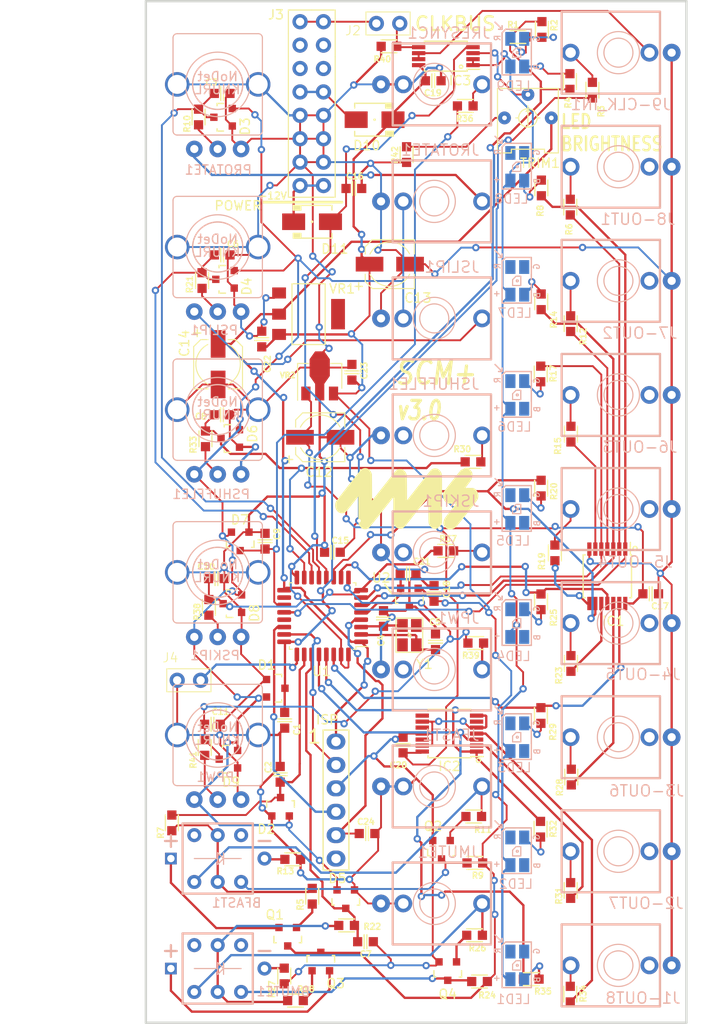
<source format=kicad_pcb>
(kicad_pcb (version 20211014) (generator pcbnew)
  (layers (0 "F.Cu" signal) (31 "B.Cu" signal) (34 "B.Paste" user) (35 "F.Paste" user) (36 "B.SilkS" user "B.Silkscreen") (37 "F.SilkS" user "F.Silkscreen") (38 "B.Mask" user) (39 "F.Mask" user) (44 "Edge.Cuts" user))
  (net 0 "")
  (net 1 "GND")
  (net 2 "+5V")
  (net 3 "Net-(J5-OUT4-Pad1)")
  (net 4 "Net-(BFAST1-Pad8)")
  (net 5 "Net-(BFAST1-Pad7)")
  (net 6 "Net-(BMUTE1-Pad2)")
  (net 7 "Net-(BMUTE1-Pad8)")
  (net 8 "Net-(BMUTE1-Pad7)")
  (net 9 "Net-(JPW1-Pad1)")
  (net 10 "Net-(JRESYNC1-Pad1)")
  (net 11 "Net-(JROTATE1-Pad1)")
  (net 12 "Net-(JSHUFFLE1-Pad1)")
  (net 13 "Net-(JSKIP1-Pad1)")
  (net 14 "Net-(JSLIP1-Pad1)")
  (net 15 "Net-(BFAST1-Pad6)")
  (net 16 "Net-(BFAST1-Pad2)")
  (net 17 "Net-(BFAST1-Pad4)")
  (net 20 "Net-(BMUTE1-Pad6)")
  (net 21 "Net-(BMUTE1-Pad4)")
  (net 24 "/UC_CLK_IN")
  (net 25 "/UC_FAST")
  (net 26 "/UC_ROTATE")
  (net 27 "Net-(C4-Pad1)")
  (net 28 "Net-(C5-Pad1)")
  (net 29 "/UC_SLIP")
  (net 30 "/UC_MUTE")
  (net 31 "/UC_SHUFFLE")
  (net 32 "/UC_SYNC")
  (net 33 "/UC_SKIP")
  (net 34 "/UC_PW")
  (net 35 "+8V")
  (net 36 "+12V")
  (net 37 "-12VA")
  (net 38 "Net-(D10-Pad2)")
  (net 39 "+3V3")
  (net 40 "/UC_OUT1")
  (net 41 "Net-(IC1-Pad2)")
  (net 42 "/UC_OUT2")
  (net 43 "Net-(IC1-Pad4)")
  (net 44 "/UC_OUT3")
  (net 45 "Net-(IC1-Pad6)")
  (net 46 "Net-(IC1-Pad8)")
  (net 47 "/UC_OUT7")
  (net 48 "Net-(IC2-Pad2)")
  (net 49 "/UC_OUT8")
  (net 50 "Net-(IC2-Pad4)")
  (net 52 "/VREF")
  (net 53 "Net-(IC3-Pad3)")
  (net 54 "Net-(IC3-Pad5)")
  (net 55 "/IN-SW")
  (net 56 "+3.3VA")
  (net 62 "Net-(J1-OUT8-Pad1)")
  (net 64 "Net-(J2-OUT7-Pad1)")
  (net 66 "Net-(J3-OUT6-Pad1)")
  (net 68 "Net-(J4-OUT5-Pad1)")
  (net 71 "Net-(J6-OUT3-Pad1)")
  (net 73 "Net-(J7-OUT2-Pad1)")
  (net 75 "Net-(J8-OUT1-Pad1)")
  (net 80 "Net-(LED1-Pad3)")
  (net 82 "Net-(LED2-Pad4)")
  (net 85 "Net-(LED3-Pad4)")
  (net 88 "Net-(LED4-Pad4)")
  (net 91 "Net-(LED5-Pad4)")
  (net 94 "Net-(LED6-Pad4)")
  (net 98 "Net-(LED7-Pad3)")
  (net 101 "Net-(LED8-Pad3)")
  (net 103 "Net-(LED9-Pad4)")
  (net 104 "Net-(LED9-Pad3)")
  (net 105 "Net-(LED9-Pad1)")
  (net 106 "Net-(Q1-Pad1)")
  (net 107 "Net-(Q2-Pad1)")
  (net 108 "Net-(Q3-Pad1)")
  (net 109 "Net-(Q4-Pad1)")
  (net 110 "/UC_LED_IN")
  (net 111 "/RESET")
  (net 112 "Net-(R42-Pad1)")
  (net 113 "Net-(D11-Pad1)")
  (net 114 "Net-(J9-CLK_IN1-Pad1)")
  (net 115 "Net-(IC1-Pad10)")
  (net 116 "Net-(IC1-Pad12)")
  (net 120 "/UC_OUT4")
  (net 121 "/UC_OUT5")
  (net 122 "/UC_OUT6")
  (net 123 "/SWDIO")
  (net 125 "/CLKBUS_PWRHDR")
  (net 126 "/FREERUN_JMP")
  (net 129 "/SWCLK")
  (net 130 "Net-(R41-Pad1)")
  (net 131 "Net-(R10-Pad1)")
  (net 132 "Net-(R33-Pad1)")
  (net 133 "Net-(R38-Pad1)")
  (net 134 "Net-(R21-Pad1)")
  (footprint "4ms_Package_SOT:SOT223" (layer "F.Cu") (at 17.660112 33.96996 -90)
    (fp_text reference "VR1")
    (fp_text value "LD1117S33")
  )
  (footprint "4ms_Resistor:R_0603" (layer "F.Cu") (at 42.86 40.46 -90)
    (fp_text reference "R17")
    (fp_text value "4.7k_0603")
  )
  (footprint "4ms_Capacitor:C_0603" (layer "F.Cu") (at 31.281624 64.276224 90)
    (fp_text reference "C18")
    (fp_text value "0.1uF_0603_16V")
  )
  (footprint "4ms_Capacitor:C_0603" (layer "F.Cu") (at 24.01 90.34)
    (fp_text reference "C24")
    (fp_text value "0.1uF_0603_16V")
  )
  (footprint "4ms_Connector:Pins_1x02_2.54mm_TH" (layer "F.Cu") (at 4.670552 73.70572 -90)
    (fp_text reference "J4")
    (fp_text value "Conn_01x02")
  )
  (footprint "4ms_Connector:Pins_2x08_2.54mm_TH" (layer "F.Cu") (at 18.01 11.12)
    (fp_text reference "J3")
    (fp_text value "POWER")
  )
  (footprint "4ms_Capacitor:C_0603" (layer "F.Cu") (at 54.8 64.32)
    (fp_text reference "C17")
    (fp_text value "0.1uF_0603_16V")
  )
  (footprint "4ms_Crystal:FA-238" (layer "F.Cu") (at 28.604464 68.811648 -90)
    (fp_text reference "Y1")
    (fp_text value "16MHz_18pF_FA238")
  )
  (footprint "4ms_Resistor:R_0603" (layer "F.Cu") (at 46.11 35 90)
    (fp_text reference "R12")
    (fp_text value "1k_0603")
  )
  (footprint "4ms_Resistor:R_0603" (layer "F.Cu") (at 46.07 107.77 90)
    (fp_text reference "R34")
    (fp_text value "1k_0603")
  )
  (footprint "4ms_Resistor:R_0603" (layer "F.Cu") (at 6.1 30.32 90)
    (fp_text reference "R21")
    (fp_text value "470R_0805_350mW")
  )
  (footprint "4ms_Resistor:R_0603" (layer "F.Cu") (at 28.3 16.65 -90)
    (fp_text reference "R42")
    (fp_text value "10k_0603")
  )
  (footprint "4ms_Capacitor:C_0603" (layer "F.Cu") (at 31.441136 69.520816 90)
    (fp_text reference "C5")
    (fp_text value "9pF_0603_50V")
  )
  (footprint "4ms_Resistor:R_0603" (layer "F.Cu") (at 21.79 100.31 180)
    (fp_text reference "R22")
    (fp_text value "470R_0805_350mW")
  )
  (footprint "4ms_Resistor:R_0603" (layer "F.Cu") (at 46.18 84.21 90)
    (fp_text reference "R28")
    (fp_text value "1k_0603")
  )
  (footprint "4ms_Package_SOT:SOT23-3_PO132" (layer "F.Cu") (at 8.59 30.19 90)
    (fp_text reference "D4")
    (fp_text value "BAT54S")
  )
  (footprint "4ms_Resistor:R_0603" (layer "F.Cu") (at 32.56 59.66 180)
    (fp_text reference "R37")
    (fp_text value "100k_0603")
  )
  (footprint "4ms_Package_SOT:SOT23-3_PO132" (layer "F.Cu") (at 32.77 105.27 180)
    (fp_text reference "Q4")
    (fp_text value "Si2318")
  )
  (footprint "4ms_Resistor:R_0603" (layer "F.Cu") (at 42.93 20.27 90)
    (fp_text reference "R8")
    (fp_text value "4.7k_0603")
  )
  (footprint "4ms_Package_SOT:SOT23-3_PO132" (layer "F.Cu") (at 32.09 92.1 180)
    (fp_text reference "Q2")
    (fp_text value "Si2318")
  )
  (footprint "4ms_Package_SOT:SOT23-3_PO132" (layer "F.Cu") (at 21.7 97.46 180)
    (fp_text reference "D5")
    (fp_text value "BAT54S")
  )
  (footprint "4ms_Capacitor:C_0603" (layer "F.Cu") (at 7.23 78.48)
    (fp_text reference "C11")
    (fp_text value "1nF_0603_50V")
  )
  (footprint "4ms_Package_SOT:SOT23-3_PO132" (layer "F.Cu") (at 28.604464 64.718184 180)
    (fp_text reference "U2")
    (fp_text value "AP7384-33")
  )
  (footprint "4ms_Resistor:R_0603" (layer "F.Cu") (at 46.14 71.88 90)
    (fp_text reference "R23")
    (fp_text value "1k_0603")
  )
  (footprint "4ms_Diode:D_SMA" (layer "F.Cu") (at 18.04 23.94)
    (fp_text reference "D11")
    (fp_text value "B140-E3")
  )
  (footprint "4ms_Package_SSOP:TSSOP-14_4.4x5mm_P0.65mm" (layer "F.Cu") (at 32.95 79.49 180)
    (fp_text reference "IC2")
    (fp_text value "40106")
  )
  (footprint "4ms_Resistor:R_0603" (layer "F.Cu") (at 41.83 106.14)
    (fp_text reference "R35")
    (fp_text value "4.7k_0603")
  )
  (footprint "4ms_Capacitor:C_0603" (layer "F.Cu") (at 20.25 59.81 180)
    (fp_text reference "C15")
    (fp_text value "0.1uF_0603_16V")
  )
  (footprint "4ms_Capacitor:C_0603" (layer "F.Cu") (at 22.58 20.33)
    (fp_text reference "C16")
    (fp_text value "0.1uF_0603_16V")
  )
  (footprint "4ms_Resistor:R_0603" (layer "F.Cu") (at 42.91 32.63 90)
    (fp_text reference "R14")
    (fp_text value "4.7k_0603")
  )
  (footprint "4ms_Resistor:R_0603" (layer "F.Cu") (at 35.68 101.38)
    (fp_text reference "R26")
    (fp_text value "100k_0603")
  )
  (footprint "4ms_Capacitor:C_0603" (layer "F.Cu") (at 8.28 27.54)
    (fp_text reference "C6")
    (fp_text value "330pF_0603_35V")
  )
  (footprint "4ms_Resistor:R_0603" (layer "F.Cu") (at 6.39 81 90)
    (fp_text reference "R41")
    (fp_text value "100k_0603")
  )
  (footprint "4ms_Resistor:R_0603" (layer "F.Cu") (at 2.82 89.18 -90)
    (fp_text reference "R7")
    (fp_text value "470R_0805_350mW")
  )
  (footprint "4ms_Resistor:R_0603" (layer "F.Cu") (at 35.71 93.53)
    (fp_text reference "R9")
    (fp_text value "10k_0603")
  )
  (footprint "4ms_Package_SOT:SOT23-3_PO132" (layer "F.Cu") (at 14.62 87.43)
    (fp_text reference "D2")
    (fp_text value "BAT54S")
  )
  (footprint "4ms_Capacitor:C_0603" (layer "F.Cu") (at 27.92 80.73 90)
    (fp_text reference "C20")
    (fp_text value "0.1uF_0603_16V")
  )
  (footprint "4ms_Resistor:R_0603" (layer "F.Cu") (at 44.4 59.88 90)
    (fp_text reference "R19")
    (fp_text value "1k_0603")
  )
  (footprint "4ms_Capacitor:C_0603" (layer "F.Cu") (at 28.459176 62.159896)
    (fp_text reference "C21")
    (fp_text value "10uF_0603_10V")
  )
  (footprint "4ms_Capacitor:C_0603" (layer "F.Cu") (at 25.797256 67.00012 90)
    (fp_text reference "C4")
    (fp_text value "9pF_0603_50V")
  )
  (footprint "4ms_Package_SSOP:TSSOP-14_4.4x5mm_P0.65mm" (layer "F.Cu") (at 50.09 62.42 -90)
    (fp_text reference "IC1")
    (fp_text value "40106")
  )
  (footprint "4ms_Capacitor:C_0603" (layer "F.Cu") (at 7.66 62.67)
    (fp_text reference "C10")
    (fp_text value "1nF_0603_50V")
  )
  (footprint "4ms_Capacitor:C_0603" (layer "F.Cu") (at 8.28 10.01)
    (fp_text reference "C3")
    (fp_text value "330pF_0603_35V")
  )
  (footprint "4ms_Capacitor:CP_Elec_5x5.3" (layer "F.Cu") (at 18.93 47.33)
    (fp_text reference "C12")
    (fp_text value "47uF_5x5.3_16V")
  )
  (footprint "4ms_Capacitor:CP_Elec_5x5.3" (layer "F.Cu") (at 7.84 39.4 -90)
    (fp_text reference "C14")
    (fp_text value "47uF_5x5.3_16V")
  )
  (footprint "4ms_Resistor:R_0603" (layer "F.Cu") (at 40.39 3.89)
    (fp_text reference "R1")
    (fp_text value "4.7k_0603")
  )
  (footprint "4ms_Potentiometer:Pot_Trim_7x6.6mm_T73YE" (layer "F.Cu") (at 41.47 12.67)
    (fp_text reference "TRIM1")
    (fp_text value "TrimPot_T73YEt_10k")
  )
  (footprint "4ms_Connector:Pins_1x06_2.54mm_TH_SWD" (layer "F.Cu") (at 20.638008 86.70544)
    (fp_text reference "J1" hide)
    (fp_text value "Conn_01x06")
  )
  (footprint "4ms_Resistor:R_0603" (layer "F.Cu") (at 16.24 108.47 180)
    (fp_text reference "R18")
    (fp_text value "100k_0603")
  )
  (footprint "4ms_Resistor:R_0603" (layer "F.Cu") (at 35.59 88.49)
    (fp_text reference "R11")
    (fp_text value "100k_0603")
  )
  (footprint "4ms_Resistor:R_0603" (layer "F.Cu") (at 6.84 65.79 90)
    (fp_text reference "R38")
    (fp_text value "100k_0603")
  )
  (footprint "4ms_Capacitor:C_0603" (layer "F.Cu") (at 22.365208 40.27424 90)
    (fp_text reference "C23")
    (fp_text value "0.1uF_0603_16V")
  )
  (footprint "4ms_Resistor:R_0603" (layer "F.Cu") (at 34.67 11.37 180)
    (fp_text reference "R36")
    (fp_text value "470R_0805_350mW")
  )
  (footprint "4ms_Package_SSOP:TSSOP-8_4.4x3mm_Pitch0.65mm" (layer "F.Cu") (at 32.56 5.97 180)
    (fp_text reference "IC3")
    (fp_text value "TL082")
  )
  (footprint "4ms_Resistor:R_0603" (layer "F.Cu") (at 46.03 8.72 90)
    (fp_text reference "R4")
    (fp_text value "10k_0603")
  )
  (footprint "4ms_Capacitor:C_0603" (layer "F.Cu") (at 12.579096 36.669472 90)
    (fp_text reference "C22")
    (fp_text value "0.1uF_0603_16V")
  )
  (footprint "4ms_Package_SOT:SOT23-3_PO132" (layer "F.Cu") (at 8.38 12.6 90)
    (fp_text reference "D3")
    (fp_text value "BAT54S")
  )
  (footprint "4ms_Resistor:R_0603" (layer "F.Cu") (at 6.47 47.5 90)
    (fp_text reference "R33")
    (fp_text value "100k_0603")
  )
  (footprint "4ms_Resistor:R_0603" (layer "F.Cu") (at 42.89 65.19 -90)
    (fp_text reference "R25")
    (fp_text value "4.7k_0603")
  )
  (footprint "4ms_Resistor:R_0603" (layer "F.Cu") (at 42.9 52.85 -90)
    (fp_text reference "R20")
    (fp_text value "4.7k_0603")
  )
  (footprint "4ms_Package_SOT:SOT23-3_PO132" (layer "F.Cu") (at 15.4 101.54 180)
    (fp_text reference "Q1")
    (fp_text value "Si2318")
  )
  (footprint "4ms_Symbol:4msLogo_15.5x6.6mm" (layer "F.Cu") (at 28.32 53.96)
    (fp_text reference "LOGO1" hide)
    (fp_text value "LOGO" hide)
  )
  (footprint "4ms_Package_SOT:SOT89-3" (layer "F.Cu") (at 18.87 41.1 90)
    (fp_text reference "VR2")
    (fp_text value "UA78L08")
  )
  (footprint "4ms_Resistor:R_0603" (layer "F.Cu") (at 46.11 96.52 90)
    (fp_text reference "R31")
    (fp_text value "1k_0603")
  )
  (footprint "4ms_Resistor:R_0603" (layer "F.Cu") (at 15.94 93.14 180)
    (fp_text reference "R13")
    (fp_text value "470R_0805_350mW")
  )
  (footprint "4ms_Resistor:R_0603" (layer "F.Cu") (at 26.39 4.9 180)
    (fp_text reference "R40")
    (fp_text value "470k_0603")
  )
  (footprint "4ms_Resistor:R_0603" (layer "F.Cu") (at 42.84 89.87 -90)
    (fp_text reference "R32")
    (fp_text value "4.7k_0603")
  )
  (footprint "4ms_Diode:D_SMA" (layer "F.Cu") (at 24.82596 12.86256 180)
    (fp_text reference "D10")
    (fp_text value "B140-E3")
  )
  (footprint "4ms_Capacitor:CP_Elec_5x5.3" (layer "F.Cu") (at 26.48 28.54)
    (fp_text reference "C13")
    (fp_text value "47uF_5x5.3_16V")
  )
  (footprint "4ms_Package_SOT:SOT23-3_PO132" (layer "F.Cu") (at 9.16 47.46 90)
    (fp_text reference "D6")
    (fp_text value "BAT54S")
  )
  (footprint "4ms_Resistor:R_0603" (layer "F.Cu") (at 5.72 12.57 90)
    (fp_text reference "R10")
    (fp_text value "470R_0805_350mW")
  )
  (footprint "4ms_Resistor:R_0603" (layer "F.Cu") (at 42.88 77.53 -90)
    (fp_text reference "R29")
    (fp_text value "4.7k_0603")
  )
  (footprint "4ms_Resistor:R_0603" (layer "F.Cu") (at 15.02 105.8 90)
    (fp_text reference "R27")
    (fp_text value "470R_0805_350mW")
  )
  (footprint "4ms_Capacitor:C_0603" (layer "F.Cu") (at 14.58 83.91 90)
    (fp_text reference "C2")
    (fp_text value "1nF_0603_50V")
  )
  (footprint "4ms_Capacitor:C_0603" (layer "F.Cu") (at 8.26 44.89)
    (fp_text reference "C8")
    (fp_text value "1nF_0603_50V")
  )
  (footprint "4ms_Package_SOT:SOT23-3_PO132" (layer "F.Cu") (at 14.1 74.57 -90)
    (fp_text reference "D1")
    (fp_text value "BAT54S")
  )
  (footprint "4ms_Resistor:R_0603" (layer "F.Cu") (at 36.22 106.4)
    (fp_text reference "R24")
    (fp_text value "10k_0603")
  )
  (footprint "4ms_Resistor:R_0603" (layer "F.Cu") (at 46.14 46.99 90)
    (fp_text reference "R15")
    (fp_text value "1k_0603")
  )
  (footprint "4ms_Connector:Pins_1x02_2.54mm_TH" (layer "F.Cu") (at 26.29 2.42 -90)
    (fp_text reference "J2")
    (fp_text value "Conn_01x02")
  )
  (footprint "4ms_Package_SOT:SOT23-3_PO132" (layer "F.Cu") (at 10.24 58.63 180)
    (fp_text reference "D7")
    (fp_text value "BAT54S")
  )
  (footprint "4ms_Resistor:R_0603" (layer "F.Cu") (at 35.810952 69.668136 180)
    (fp_text reference "R39")
    (fp_text value "100k_0603")
  )
  (footprint "4ms_Package_SOT:SOT23-3_PO132" (layer "F.Cu") (at 8.96 82.27 90)
    (fp_text reference "D9")
    (fp_text value "BAT54S")
  )
  (footprint "4ms_Resistor:R_0603" (layer "F.Cu") (at 48.47 9.66 -90)
    (fp_text reference "R3")
    (fp_text value "470R_0805_350mW")
  )
  (footprint "4ms_Resistor:R_0603" (layer "F.Cu") (at 46.07 22.35 90)
    (fp_text reference "R6")
    (fp_text value "1k_0603")
  )
  (footprint "4ms_Capacitor:C_0603" (layer "F.Cu") (at 12.94 58.61 90)
    (fp_text reference "C9")
    (fp_text value "1nF_0603_50V")
  )
  (footprint "4ms_Capacitor:C_0603" (layer "F.Cu") (at 23.84 102.08)
    (fp_text reference "C7")
    (fp_text value "1nF_0603_50V")
  )
  (footprint "Package_QFP:LQFP-32_7x7mm_P0.8mm" (layer "F.Cu") (at 19.19 66.73 180)
    (fp_text reference "U1")
    (fp_text value "STM32F030K6Tx")
  )
  (footprint "4ms_Resistor:R_0603" (layer "F.Cu") (at 18.06 97.14 90)
    (fp_text reference "R5")
    (fp_text value "100k_0603")
  )
  (footprint "4ms_Capacitor:C_0603" (layer "F.Cu") (at 15.07 78.05 -90)
    (fp_text reference "C1")
    (fp_text value "330pF_0603_35V")
  )
  (footprint "4ms_Resistor:R_0603" (layer "F.Cu") (at 35.51 50 180)
    (fp_text reference "R30")
    (fp_text value "100k_0603")
  )
  (footprint "4ms_Capacitor:C_0603" (layer "F.Cu") (at 31.194248 8.639048)
    (fp_text reference "C19")
    (fp_text value "0.1uF_0603_16V")
  )
  (footprint "4ms_Package_SOT:SOT23-3_PO132" (layer "F.Cu") (at 9.39 65.39 90)
    (fp_text reference "D8")
    (fp_text value "BAT54S")
  )
  (footprint "4ms_Resistor:R_0603" (layer "F.Cu") (at 42.99 3.07 -90)
    (fp_text reference "R2")
    (fp_text value "4.7k_0603")
  )
  (footprint "4ms_Package_SOT:SOT23-3_PO132" (layer "F.Cu") (at 18.99 104.23)
    (fp_text reference "Q3")
    (fp_text value "Si2318")
  )
  (footprint "4ms_Jack:EighthInch_PJ398SM" (layer "B.Cu") (at 51.308 17.9705)
    (fp_text reference "J8-OUT1")
    (fp_text value "JACK-MONO-SWB" hide)
  )
  (footprint "4ms_Switch:Button_LED_PB61303" (layer "B.Cu") (at 7.7978 93.0529 180)
    (fp_text reference "BFAST1")
    (fp_text value "Button_DPDT_Orange_Latching")
  )
  (footprint "4ms_Jack:EighthInch_PJ398SM" (layer "B.Cu") (at 31.2928 9.0297 180)
    (fp_text reference "JRESYNC1")
    (fp_text value "JRESYNC" hide)
  )
  (footprint "4ms_Jack:EighthInch_PJ398SM" (layer "B.Cu") (at 31.2928 34.4297 180)
    (fp_text reference "JSLIP1")
    (fp_text value "JSLIP" hide)
  )
  (footprint "4ms_Potentiometer:Pot_9mm_Knurl_NoDet" (layer "B.Cu") (at 7.7978 44.3357)
    (fp_text reference "PSHUFFLE1")
    (fp_text value "9mm_NoDet_100k_Knurled_Lined")
  )
  (footprint "4ms_LED:LED_PLCC-4" (layer "B.Cu") (at 40.31742 92.2655 -90)
    (fp_text reference "LED2")
    (fp_text value "GREEN" hide)
  )
  (footprint "4ms_Jack:EighthInch_PJ398SM" (layer "B.Cu") (at 51.308 30.353)
    (fp_text reference "J7-OUT2")
    (fp_text value "JACK-MONO-SWB" hide)
  )
  (footprint "4ms_Jack:EighthInch_PJ398SM" (layer "B.Cu") (at 51.308 42.7355)
    (fp_text reference "J6-OUT3")
    (fp_text value "JACK-MONO-SWB" hide)
  )
  (footprint "4ms_Potentiometer:Pot_9mm_Knurl_NoDet" (layer "B.Cu") (at 7.7978 26.6827)
    (fp_text reference "PSLIP1")
    (fp_text value "9mm_NoDet_100k_Knurled_Lined")
  )
  (footprint "4ms_Potentiometer:Pot_9mm_Knurl_NoDet" (layer "B.Cu") (at 7.7978 79.6417)
    (fp_text reference "PPW1")
    (fp_text value "9mm_NoDet_100k_Knurled_Lined")
  )
  (footprint "4ms_Jack:EighthInch_PJ398SM" (layer "B.Cu") (at 51.308 104.648)
    (fp_text reference "J1-OUT8")
    (fp_text value "JACK-MONO-SWB" hide)
  )
  (footprint "4ms_Jack:EighthInch_PJ398SM" (layer "B.Cu") (at 31.2928 72.5297 180)
    (fp_text reference "JPW1")
    (fp_text value "JPW" hide)
  )
  (footprint "4ms_Jack:EighthInch_PJ398SM" (layer "B.Cu") (at 31.2928 97.9297 180)
    (fp_text reference "JMUTE1")
    (fp_text value "3.5mm_Stereo_SymSmall_0.05" hide)
  )
  (footprint "4ms_Switch:Button_LED_PB61303" (layer "B.Cu") (at 7.7978 104.9909 180)
    (fp_text reference "BMUTE1")
    (fp_text value "Button_DPDT_Orange_Latching")
  )
  (footprint "4ms_Jack:EighthInch_PJ398SM" (layer "B.Cu") (at 51.308 5.588)
    (fp_text reference "J9-CLK_IN1")
    (fp_text value "JCLK_IN" hide)
  )
  (footprint "4ms_Jack:EighthInch_PJ398SM" (layer "B.Cu") (at 31.2928 59.8297 180)
    (fp_text reference "JSKIP1")
    (fp_text value "JSKIP" hide)
  )
  (footprint "4ms_Jack:EighthInch_PJ398SM" (layer "B.Cu") (at 51.308 92.2655)
    (fp_text reference "J2-OUT7")
    (fp_text value "JACK-MONO-SWB" hide)
  )
  (footprint "4ms_Jack:EighthInch_PJ398SM" (layer "B.Cu") (at 51.308 67.5005)
    (fp_text reference "J4-OUT5")
    (fp_text value "JACK-MONO-SWB" hide)
  )
  (footprint "4ms_Jack:EighthInch_PJ398SM" (layer "B.Cu") (at 31.2928 47.1297 180)
    (fp_text reference "JSHUFFLE1")
    (fp_text value "JSHUFFLE" hide)
  )
  (footprint "4ms_Jack:EighthInch_PJ398SM" (layer "B.Cu") (at 31.2928 85.2297 180)
    (fp_text reference "JFAST1")
    (fp_text value "3.5mm_Stereo_SymSmall_0.05" hide)
  )
  (footprint "4ms_LED:LED_PLCC-4" (layer "B.Cu") (at 40.31742 42.7355 -90)
    (fp_text reference "LED6")
    (fp_text value "GREEN" hide)
  )
  (footprint "4ms_Potentiometer:Pot_9mm_Knurl_NoDet" (layer "B.Cu") (at 7.7978 61.9887)
    (fp_text reference "PSKIP1")
    (fp_text value "9mm_NoDet_100k_Knurled_Lined")
  )
  (footprint "4ms_LED:LED_PLCC-4" (layer "B.Cu") (at 40.31742 5.588 -90)
    (fp_text reference "LED9")
    (fp_text value "WHITE" hide)
  )
  (footprint "4ms_Potentiometer:Pot_9mm_Knurl_NoDet" (layer "B.Cu") (at 7.7978 9.0297)
    (fp_text reference "PROTATE1")
    (fp_text value "9mm_NoDet_100k_Knurled_Lined")
  )
  (footprint "4ms_LED:LED_PLCC-4" (layer "B.Cu") (at 40.31742 30.353 -90)
    (fp_text reference "LED7")
    (fp_text value "BLUE" hide)
  )
  (footprint "4ms_LED:LED_PLCC-4" (layer "B.Cu") (at 40.31742 67.5005 -90)
    (fp_text reference "LED4")
    (fp_text value "GREEN" hide)
  )
  (footprint "4ms_Jack:EighthInch_PJ398SM" (layer "B.Cu") (at 51.308 79.883)
    (fp_text reference "J3-OUT6")
    (fp_text value "JACK-MONO-SWB" hide)
  )
  (footprint "4ms_LED:LED_PLCC-4" (layer "B.Cu") (at 40.31742 17.9705 -90)
    (fp_text reference "LED8")
    (fp_text value "BLUE" hide)
  )
  (footprint "4ms_LED:LED_PLCC-4" (layer "B.Cu") (at 40.31742 55.118 -90)
    (fp_text reference "LED5")
    (fp_text value "GREEN" hide)
  )
  (footprint "4ms_LED:LED_PLCC-4" (layer "B.Cu") (at 40.31742 79.883 -90)
    (fp_text reference "LED3")
    (fp_text value "GREEN" hide)
  )
  (footprint "4ms_Jack:EighthInch_PJ398SM" (layer "B.Cu") (at 51.308 55.118)
    (fp_text reference "J5-OUT4")
    (fp_text value "JACK-MONO-SWB" hide)
  )
  (footprint "4ms_Jack:EighthInch_PJ398SM" (layer "B.Cu") (at 31.2928 21.7297 180)
    (fp_text reference "JROTATE1")
    (fp_text value "JROTATE" hide)
  )
  (footprint "4ms_LED:LED_PLCC-4" (layer "B.Cu") (at 40.31742 104.648 -90)
    (fp_text reference "LED1")
    (fp_text value "BLUE" hide)
  )
  (gr_line (start 25.951688 63.315088) (end 26.676096 64.270128) (layer "F.SilkS") (width 0.2))
  (gr_circle (center 36.1 82.4) (end 36.3 82.5) (layer "F.SilkS") (width 0.15) (fill none))
  (gr_line (start 12.73 21.81) (end 21.281326 21.81222) (layer "F.SilkS") (width 0.3))
  (gr_circle (center 53.1 59.4) (end 53.3 59.5) (layer "F.SilkS") (width 0.15) (fill none))
  (gr_line (start 58.674 0) (end 58.674 110.871) (layer "Edge.Cuts") (width 0.254))
  (gr_line (start 58.674 110.871) (end 0 110.871) (layer "Edge.Cuts") (width 0.254))
  (gr_line (start 0 0) (end 58.674 0) (layer "Edge.Cuts") (width 0.254))
  (gr_line (start 0 110.871) (end 0 0) (layer "Edge.Cuts") (width 0.254))
  (gr_text "-12V" (at 13.77 21.13) (layer "F.SilkS") (effects (font (size 0.762 0.762))))
  (gr_text "CLKBUS" (at 33.58 2.45) (layer "F.SilkS") (effects (font (size 1.5 1.5) (thickness 0.25))))
  (gr_text "SCM+" (at 26.92 40.35) (layer "F.SilkS") (effects (font (size 2.5 2) (thickness 0.35) italic) (justify left)))
  (gr_text "v3.0" (at 27.05 44.42) (layer "F.SilkS") (effects (font (size 2 1.5) (thickness 0.35) italic) (justify left)))
  (gr_text "ISP" (at 19.677888 77.98308) (layer "F.SilkS") (effects (font (size 1 1))))
  (gr_text "POWER" (at 10 22.2) (layer "F.SilkS") (effects (font (size 1 1))))
  (gr_text "LED\nBRIGHTNESS" (at 44.931584 14.289024) (layer "F.SilkS") (effects (font (size 1.5 1.2) (thickness 0.25)) (justify left)))
  (segment (start 25.527 55.027) (end 22.34 51.84) (width 0.2032) (layer "F.Cu") (net 1))
  (segment (start 13.09924 73.62) (end 12.94 73.62) (width 0.2032) (layer "F.Cu") (net 1))
  (segment (start 11.894312 48.37684) (end 10.19392 48.37684) (width 0.25) (layer "F.Cu") (net 1))
  (segment (start 28.170748 66.15012) (end 28.604464 65.716404) (width 0.25) (layer "F.Cu") (net 1))
  (segment (start 55.65 62.29) (end 55.65 64.32) (width 0.2032) (layer "F.Cu") (net 1))
  (segment (start 9.96076 86.277066) (end 10.337637 86.653943) (width 0.2032) (layer "F.Cu") (net 1))
  (segment (start 21.19 70.905) (end 21.19 69.295568) (width 0.2032) (layer "F.Cu") (net 1))
  (segment (start 16.74 17.47) (end 14.214487 19.995513) (width 0.2032) (layer "F.Cu") (net 1))
  (segment (start 16.75952 39.7665) (end 12.192163 44.333857) (width 0.2032) (layer "F.Cu") (net 1))
  (segment (start 36.949511 77.614511) (end 36.949511 78.739511) (width 0.25) (layer "F.Cu") (net 1))
  (segment (start 25.527 89.673) (end 24.86 90.34) (width 0.2032) (layer "F.Cu") (net 1))
  (segment (start 11.19 57.62924) (end 10.58675 57.62924) (width 0.2032) (layer "F.Cu") (net 1))
  (segment (start 57.0738 104.648) (end 57.0738 92.2655) (width 0.25) (layer "F.Cu") (net 1))
  (segment (start 32.044248 7.410312) (end 31.87192 7.237984) (width 0.25) (layer "F.Cu") (net 1))
  (segment (start 19.617528 37.685472) (end 18.87 38.433) (width 0.2032) (layer "F.Cu") (net 1))
  (segment (start 8.889599 30.438839) (end 9.59076 31.14) (width 0.2032) (layer "F.Cu") (net 1))
  (segment (start 27.306984 79.88) (end 27.080464 80.10652) (width 0.25) (layer "F.Cu") (net 1))
  (segment (start 30.3 28.54) (end 31.37 29.61) (width 0.2032) (layer "F.Cu") (net 1))
  (segment (start 16.74 17.47) (end 18.117312 18.847312) (width 0.2032) (layer "F.Cu") (net 1))
  (segment (start 28.4703 85.2297) (end 29.34 84.36) (width 0.25) (layer "F.Cu") (net 1))
  (segment (start 13.67 90.02) (end 13.67 89.21) (width 0.25) (layer "F.Cu") (net 1))
  (segment (start 31.76 78.19) (end 31.79 78.16) (width 0.2032) (layer "F.Cu") (net 1))
  (segment (start 16.79 93.14) (end 16.79 94.59) (width 0.25) (layer "F.Cu") (net 1))
  (segment (start 21.13 48.5) (end 21.13 47.33) (width 0.2032) (layer "F.Cu") (net 1))
  (segment (start 10.39076 66.007508) (end 8.51 64.126748) (width 0.2032) (layer "F.Cu") (net 1))
  (segment (start 25.527 85.2297) (end 25.527 89.673) (width 0.2032) (layer "F.Cu") (net 1))
  (segment (start 31.441136 67.903026) (end 31.441136 68.670816) (width 0.25) (layer "F.Cu") (net 1))
  (segment (start 18.87 39.7665) (end 22.022948 39.7665) (width 0.2032) (layer "F.Cu") (net 1))
  (segment (start 25.54 6.13) (end 22.57 9.1) (width 0.25) (layer "F.Cu") (net 1))
  (segment (start 21.19 71.93) (end 21.6 72.34) (width 0.2032) (layer "F.Cu") (net 1))
  (segment (start 28.31 79.49) (end 30 79.49) (width 0.2032) (layer "F.Cu") (net 1))
  (segment (start 31.09 80.6282) (end 31.09 79.3282) (width 0.2032) (layer "F.Cu") (net 1))
  (segment (start 24.12046 97.9297) (end 22.65 96.45924) (width 0.2032) (layer "F.Cu") (net 1))
  (segment (start 25.527 31.693) (end 28.68 28.54) (width 0.2032) (layer "F.Cu") (net 1))
  (segment (start 12.94 73.62) (end 8.08 78.48) (width 0.2032) (layer "F.Cu") (net 1))
  (segment (start 21.99 72.28) (end 21.99 70.905) (width 0.2032) (layer "F.Cu") (net 1))
  (segment (start 8.08 78.48) (end 8.08 79.58) (width 0.2032) (layer "F.Cu") (net 1))
  (segment (start 47.4 26.73) (end 35.84 26.73) (width 0.2032) (layer "F.Cu") (net 1))
  (segment (start 16.74 14.93) (end 11.44958 14.93) (width 0.2032) (layer "F.Cu") (net 1))
  (segment (start 13.19 53.77) (end 18.754112 53.77) (width 0.25) (layer "F.Cu") (net 1))
  (segment (start 30.949022 80.79) (end 30 80.79) (width 0.25) (layer "F.Cu") (net 1))
  (segment (start 12.192163 79.639857) (end 14.330143 79.639857) (width 0.25) (layer "F.Cu") (net 1))
  (segment (start 9.96076 83.22) (end 9.96076 86.277066) (width 0.2032) (layer "F.Cu") (net 1))
  (segment (start 8.08 80.73599) (end 9.96076 82.61675) (width 0.2032) (layer "F.Cu") (net 1))
  (segment (start 12.80924 57.62924) (end 12.94 57.76) (width 0.2032) (layer "F.Cu") (net 1))
  (segment (start 28.68 28.54) (end 27.15 27.01) (width 0.2032) (layer "F.Cu") (net 1))
  (segment (start 18.754112 53.77) (end 19.13636 53.387752) (width 0.25) (layer "F.Cu") (net 1))
  (segment (start 13.67 88.43076) (end 13.507872 88.43076) (width 0.25) (layer "F.Cu") (net 1))
  (segment (start 7.84 41.6) (end 9.454294 41.6) (width 0.2032) (layer "F.Cu") (net 1))
  (segment (start 8.08 79.58) (end 8.016457 79.643543) (width 0.2032) (layer "F.Cu") (net 1))
  (segment (start 35.9 77.54) (end 36.875 77.54) (width 0.25) (layer "F.Cu") (net 1))
  (segment (start 14.58 83.06) (end 12.458192 85.181808) (width 0.25) (layer "F.Cu") (net 1))
  (segment (start 8.889599 27.780401) (end 8.889599 30.438839) (width 0.2032) (layer "F.Cu") (net 1))
  (segment (start 15.07 78.9) (end 14.58 79.39) (width 0.25) (layer "F.Cu") (net 1))
  (segment (start 6.14098 41.6) (end 7.84 41.6) (width 0.2032) (layer "F.Cu") (net 1))
  (segment (start 24.69 102.08) (end 26.59 103.98) (width 0.2032) (layer "F.Cu") (net 1))
  (segment (start 13.928968 32.201104) (end 14.460112 31.66996) (width 0.2032) (layer "F.Cu") (net 1))
  (segment (start 31.14 103.6525) (end 31.14 91.1625) (width 0.2032) (layer "F.Cu") (net 1))
  (segment (start 25.527 97.9297) (end 27.94 97.9297) (width 0.2032) (layer "F.Cu") (net 1))
  (segment (start 34.43 78.14) (end 35.13 78.84) (width 0.2032) (layer "F.Cu") (net 1))
  (segment (start 27.92 79.88) (end 28.31 79.49) (width 0.2032) (layer "F.Cu") (net 1))
  (segment (start 10.337637 70.858397) (end 13.09924 73.62) (width 0.2032) (layer "F.Cu") (net 1))
  (segment (start 22.65 96.45924) (end 22.65 95.861052) (width 0.2032) (layer "F.Cu") (net 1))
  (segment (start 8.496808 59.719182) (end 8.496808 61.469016) (width 0.2032) (layer "F.Cu") (net 1))
  (segment (start 9.38076 13.55) (end 9.38076 15.085066) (width 0.2032) (layer "F.Cu") (net 1))
  (segment (start 16.74 17.47) (end 19.28 17.47) (width 0.2032) (layer "F.Cu") (net 1))
  (segment (start 11.33638 27.54) (end 12.191837 26.684543) (width 0.2032) (layer "F.Cu") (net 1))
  (segment (start 12.579096 35.047936) (end 12.818872 34.80816) (width 0.2032) (layer "F.Cu") (net 1))
  (segment (start 9.96076 82.61675) (end 9.96076 83.22) (width 0.2032) (layer "F.Cu") (net 1))
  (segment (start 14.58 79.39) (end 14.58 83.06) (width 0.25) (layer "F.Cu") (net 1))
  (segment (start 3.400552 73.70572) (end 3.400552 79.640658) (width 0.2032) (layer "F.Cu") (net 1))
  (segment (start 25.527 34.4297) (end 25.527 31.693) (width 0.2032) (layer "F.Cu") (net 1))
  (segment (start 9.454294 41.6) (end 12.191837 44.337543) (width 0.2032) (layer "F.Cu") (net 1))
  (segment (start 10.39076 68.94782) (end 10.337637 69.000943) (width 0.2032) (layer "F.Cu") (net 1))
  (segment (start 11.19 55.77) (end 13.19 53.77) (width 0.25) (layer "F.Cu") (net 1))
  (segment (start 16.74 14.93) (end 16.74 17.47) (width 0.2032) (layer "F.Cu") (net 1))
  (segment (start 30.575504 63.426224) (end 29.309176 62.159896) (width 0.25) (layer "F.Cu") (net 1))
  (segment (start 29.254514 65.716404) (end 31.441136 67.903026) (width 0.25) (layer "F.Cu") (net 1))
  (segment (start 16.39 62.555) (end 15.835376 62.000376) (width 0.25) (layer "F.Cu") (net 1))
  (segment (start 19.4 59.81) (end 19.4 53.651392) (width 0.25) (layer "F.Cu") (net 1))
  (segment (start 8.679599 10.460401) (end 8.679599 12.848839) (width 0.2032) (layer "F.Cu") (net 1))
  (segment (start 18.87 39.7665) (end 16.75952 39.7665) (width 0.2032) (layer "F.Cu") (net 1))
  (segment (start 10.39076 66.34) (end 10.39076 68.94782) (width 0.2032) (layer "F.Cu") (net 1))
  (segment (start 19.28 17.47) (end 19.28 14.93) (width 0.2032) (layer "F.Cu") (net 1))
  (segment (start 15.835376 62.000376) (end 15.835376 61.347096) (width 0.25) (layer "F.Cu") (net 1))
  (segment (start 31.14 91.1625) (end 31.14 86.16) (width 0.25) (layer "F.Cu") (net 1))
  (segment (start 57.0738 55.118) (end 57.0738 60.8662) (width 0.25) (layer "F.Cu") (net 1))
  (segment (start 28.04 83.06) (end 25.8846 83.06) (width 0.25) (layer "F.Cu") (net 1))
  (segment (start 13.507872 88.43076) (end 12.632944 87.555832) (width 0.25) (layer "F.Cu") (net 1))
  (segment (start 16.79 93.14) (end 13.67 90.02) (width 0.25) (layer "F.Cu") (net 1))
  (segment (start 31.82 104.3325) (end 31.14 103.6525) (width 0.2032) (layer "F.Cu") (net 1))
  (segment (start 9.662457 44.337543) (end 12.191837 44.337543) (width 0.2032) (layer "F.Cu") (net 1))
  (segment (start 31.09 79.3282) (end 30.9282 79.49) (width 0.2032) (layer "F.Cu") (net 1))
  (segment (start 31.281624 63.426224) (end 30.575504 63.426224) (width 0.25) (layer "F.Cu") (net 1))
  (segment (start 8.679599 12.848839) (end 9.38076 13.55) (width 0.2032) (layer "F.Cu") (net 1))
  (segment (start 8.51 64.126748) (end 8.51 62.67) (width 0.2032) (layer "F.Cu") (net 1))
  (segment (start 9.13 10.01) (end 8.679599 10.460401) (width 0.2032) (layer "F.Cu") (net 1))
  (segment (start 25.527 59.8297) (end 25.527 55.027) (width 0.2032) (layer "F.Cu") (net 1))
  (segment (start 23.43 18.56) (end 24.39 17.6) (width 0.25) (layer "F.Cu") (net 1))
  (segment (start 30 78.19) (end 30.9282 78.19) (width 0.2032) (layer "F.Cu") (net 1))
  (segment (start 19.38 49.94) (end 18.87 49.43) (width 0.25) (layer "F.Cu") (net 1))
  (segment (start 9.11 44.89) (end 9.662457 44.337543) (width 0.2032) (layer "F.Cu") (net 1))
  (segment (start 23.43 20.33) (end 23.43 18.56) (width 0.25) (layer "F.Cu") (net 1))
  (segment (start 35.84 26.73) (end 35.82 26.75) (width 0.2032) (layer "F.Cu") (net 1))
  (segment (start 28.3 17.5) (end 24.49 17.5) (width 0.2032) (layer "F.Cu") (net 1))
  (segment (start 18.87 49.43) (end 18.87 47.33) (width 0.25) (layer "F.Cu") (net 1))
  (segment (start 8.08 78.48) (end 8.08 80.73599) (width 0.2032) (layer "F.Cu") (net 1))
  (segment (start 11.259312 36.336224) (end 12.062344 36.336224) (width 0.2032) (layer "F.Cu") (net 1))
  (segment (start 30.9282 78.19) (end 31.09 78.3518) (width 0.2032) (layer "F.Cu") (net 1))
  (segment (start 25.21 90.69) (end 25.21 92.201052) (width 0.2032) (layer "F.Cu") (net 1))
  (segment (start 12.458192 85.181808) (end 12.458192 85.822536) (width 0.25) (layer "F.Cu") (net 1))
  (segment (start 36.875 77.54) (end 36.949511 77.614511) (width 0.25) (layer "F.Cu") (net 1))
  (segment (start 32.044248 8.639048) (end 32.044248 7.410312) (width 0.25) (layer "F.Cu") (net 1))
  (segment (start 55.84 62.1) (end 57.0738 63.3338) (width 0.2032) (layer "F.Cu") (net 1))
  (segment (start 18.817336 30.77464) (end 18.817336 35.3822) (width 0.2032) (layer "F.Cu") (net 1))
  (segment (start 16.57 105.32) (end 15.24 106.65) (width 0.2032) (layer "F.Cu") (net 1))
  (segment (start 13.033248 32.201104) (end 13.928968 32.201104) (width 0.2032) (layer "F.Cu") (net 1))
  (segment (start 21.19 69.295568) (end 16.477488 64.583056) (width 0.2032) (layer "F.Cu") (net 1))
  (segment (start 29.34 84.36) (end 28.04 83.06) (width 0.25) (layer "F.Cu") (net 1))
  (segment (start 25.8846 83.06) (end 24.753824 81.929224) (width 0.25) (layer "F.Cu") (net 1))
  (segment (start 25.527 97.9297) (end 24.12046 97.9297) (width 0.2032) (layer "F.Cu") (net 1))
  (segment (start 16.79 94.59) (end 16.8 94.6) (width 0.25) (layer "F.Cu") (net 1))
  (segment (start 30.9282 79.49) (end 30 79.49) (width 0.2032) (layer "F.Cu") (net 1))
  (segment (start 20.2184 29.373576) (end 18.817336 30.77464) (width 0.2032) (layer "F.Cu") (net 1))
  (segment (start 26.717865 66.851865) (end 26.499001 66.851865) (width 0.25) (layer "F.Cu") (net 1))
  (segment (start 3.400552 79.640658) (end 3.403437 79.643543) (width 0.2032) (layer "F.Cu") (net 1))
  (segment (start 10.58675 57.62924) (end 8.496808 59.719182) (width 0.2032) (layer "F.Cu") (net 1))
  (segment (start 26.59 103.98) (end 26.59 104.64) (width 0.2032) (layer "F.Cu") (net 1))
  (segment (start 30.42 104.67) (end 31.4825 104.67) (width 0.2032) (layer "F.Cu") (net 1))
  (segment (start 27.92 79.88) (end 27.306984 79.88) (width 0.25) (layer "F.Cu") (net 1))
  (segment (start 22.65 95.861052) (end 22.1 95.311052) (width 0.2032) (layer "F.Cu") (net 1))
  (segment (start 27.15 27.01) (end 25.19 27.01) (width 0.2032) (layer "F.Cu") (net 1))
  (segment (start 21.93 72.34) (end 21.99 72.28) (width 0.2032) (layer "F.Cu") (net 1))
  (segment (start 22.022948 39.7665) (end 22.365208 39.42424) (width 0.2032) (layer "F.Cu") (net 1))
  (segment (start 31.09 78.3518) (end 31.09 79.3282) (width 0.2032) (layer "F.Cu") (net 1))
  (segment (start 10.337637 69.000943) (end 10.337637 70.858397) (width 0.2032) (layer "F.Cu") (net 1))
  (segment (start 13.67 89.21) (end 13.67 88.43076) (width 0.25) (layer "F.Cu") (net 1))
  (segment (start 36.849022 78.84) (end 35.9 78.84) (width 0.25) (layer "F.Cu") (net 1))
  (segment (start 11.44958 14.93) (end 10.337637 16.041943) (width 0.2032) (layer "F.Cu") (net 1))
  (segment (start 36.949511 78.739511) (end 36.849022 78.84) (width 0.25) (layer "F.Cu") (net 1))
  (segment (start 48.14 59.47) (end 48.14 60.71696) (width 0.2032) (layer "F.Cu") (net 1))
  (segment (start 12.062344 36.336224) (end 12.579096 35.819472) (width 0.2032) (layer "F.Cu") (net 1))
  (segment (start 14.330143 79.639857) (end 15.07 78.9) (width 0.25) (layer "F.Cu") (net 1))
  (segment (start 21.19 70.905) (end 21.19 71.93) (width 0.2032) (layer "F.Cu") (net 1))
  (segment (start 30 78.19) (end 31.76 78.19) (width 0.2032) (layer "F.Cu") (net 1))
  (segment (start 48.14 60.71696) (end 48.23152 60.80848) (width 0.2032) (layer "F.Cu") (net 1))
  (segment (start 21.13 47.33) (end 18.87 47.33) (width 0.25) (layer "F.Cu") (net 1))
  (segment (start 24.86 90.34) (end 25.21 90.69) (width 0.2032) (layer "F.Cu") (net 1))
  (segment (start 29.789744 61.679328) (end 29.309176 62.159896) (width 0.2032) (layer "F.Cu") (net 1))
  (segment (start 9.13 27.54) (end 8.889599 27.780401) (width 0.2032) (layer "F.Cu") (net 1))
  (segment (start 3.403437 44.337543) (end 6.14098 41.6) (width 0.2032) (layer "F.Cu") (net 1))
  (segment (start 57.0738 60.8662) (end 55.84 62.1) (width 0.25) (layer "F.Cu") (net 1))
  (segment (start 9.11 44.89) (end 9.11 47.377199) (width 0.2032) (layer "F.Cu") (net 1))
  (segment (start 30 80.79) (end 30.9282 80.79) (width 0.2032) (layer "F.Cu") (net 1))
  (segment (start 11.19 57.62924) (end 11.19 55.77) (width 0.25) (layer "F.Cu") (net 1))
  (segment (start 35.13 78.84) (end 35.9 78.84) (width 0.2032) (layer "F.Cu") (net 1))
  (segment (start 31.4825 104.67) (end 31.82 104.3325) (width 0.2032) (layer "F.Cu") (net 1))
  (segment (start 30.9282 80.79) (end 31.09 80.6282) (width 0.2032) (layer "F.Cu") (net 1))
  (segment (start 30.257496 61.679328) (end 29.789744 61.679328) (width 0.2032) (layer "F.Cu") (net 1))
  (segment (start 57.0738 92.2655) (end 57.0738 79.883) (width 0.25) (layer "F.Cu") (net 1))
  (segment (start 19.28 14.93) (end 19.28 12.39) (width 0.2032) (layer "F.Cu") (net 1))
  (segment (start 57.0738 30.353) (end 57.0738 42.7355) (width 0.25) (layer "F.Cu") (net 1))
  (segment (start 22.16 49.53) (end 21.13 48.5) (width 0.2032) (layer "F.Cu") (net 1))
  (segment (start 10.39076 66.34) (end 10.39076 66.007508) (width 0.2032) (layer "F.Cu") (net 1))
  (segment (start 16.74 12.39) (end 19.28 12.39) (width 0.2032) (layer "F.Cu") (net 1))
  (segment (start 12.579096 35.819472) (end 12.579096 35.047936) (width 0.2032) (layer "F.Cu") (net 1))
  (segment (start 19.879056 37.685472) (end 19.617528 37.685472) (width 0.2032) (layer "F.Cu") (net 1))
  (segment (start 57.0738 67.5005) (end 57.0738 79.883) (width 0.25) (layer "F.Cu") (net 1))
  (segment (start 8.51 61.482208) (end 8.496808 61.469016) (width 0.2032) (layer "F.Cu") (net 1))
  (segment (start 31.14 86.16) (end 29.34 84.36) (width 0.25) (layer "F.Cu") (net 1))
  (segment (start 57.0738 5.588) (end 57.0738 17.9705) (width 0.25) (layer "F.Cu") (net 1))
  (segment (start 28.604464 65.716404) (end 29.254514 65.716404) (width 0.25) (layer "F.Cu") (net 1))
  (segment (start 11.19 57.62924) (end 12.80924 57.62924) (width 0.2032) (layer "F.Cu") (net 1))
  (segment (start 14.214487 19.995513) (end 13.475644 19.995513) (width 0.2032) (layer "F.Cu") (net 1))
  (segment (start 10.16076 48.41) (end 9.486893 47.736133) (width 0.2032) (layer "F.Cu") (net 1))
  (segment (start 57.0738 17.9705) (end 57.0738 30.353) (width 0.25) (layer "F.Cu") (net 1))
  (segment (start 18.87 47.33) (end 18.87 42.4335) (width 0.25) (layer "F.Cu") (net 1))
  (segment (start 28.604464 65.716404) (end 28.604464 62.864608) (width 0.25) (layer "F.Cu") (net 1))
  (segment (start 18.117312 18.847312) (end 18.117312 27.678888) (width 0.2032) (layer "F.Cu") (net 1))
  (segment (start 16.74 12.39) (end 16.74 14.93) (width 0.2032) (layer "F.Cu") (net 1))
  (segment (start 57.0738 63.3338) (end 57.0738 67.5005) (width 0.2032) (layer "F.Cu") (net 1))
  (segment (start 55.84 62.1) (end 55.65 62.29) (width 0.2032) (layer "F.Cu") (net 1))
  (segment (start 8.51 62.67) (end 8.51 61.482208) (width 0.2032) (layer "F.Cu") (net 1))
  (segment (start 28.604464 62.864608) (end 29.309176 62.159896) (width 0.25) (layer "F.Cu") (net 1))
  (segment (start 19.4 53.651392) (end 19.13636 53.387752) (width 0.25) (layer "F.Cu") (net 1))
  (segment (start 9.11 47.377199) (end 9.468934 47.736133) (width 0.2032) (layer "F.Cu") (net 1))
  (segment (start 10.19392 48.37684) (end 10.16076 48.41) (width 0.25) (layer "F.Cu") (net 1))
  (segment (start 16.74 14.93) (end 19.28 14.93) (width 0.2032) (layer "F.Cu") (net 1))
  (segment (start 28.68 28.54) (end 30.3 28.54) (width 0.2032) (layer "F.Cu") (net 1))
  (segment (start 27.94 85.2297) (end 28.4703 85.2297) (width 0.25) (layer "F.Cu") (net 1))
  (segment (start 25.54 4.9) (end 25.54 6.13) (width 0.25) (layer "F.Cu") (net 1))
  (segment (start 21.6 72.34) (end 21.93 72.34) (width 0.2032) (layer "F.Cu") (net 1))
  (segment (start 15.24 106.65) (end 15.02 106.65) (width 0.2032) (layer "F.Cu") (net 1))
  (segment (start 26.499001 66.851865) (end 25.797256 66.15012) (width 0.25) (layer "F.Cu") (net 1))
  (segment (start 9.59076 32.948066) (end 10.337637 33.694943) (width 0.2032) (layer "F.Cu") (net 1))
  (segment (start 25.527 9.0297) (end 27.94 9.0297) (width 0.25) (layer "F.Cu") (net 1))
  (segment (start 9.486893 47.736133) (end 9.468934 47.736133) (width 0.2032) (layer "F.Cu") (net 1))
  (segment (start 24.49 17.5) (end 24.39 17.6) (width 0.2032) (layer "F.Cu") (net 1))
  (segment (start 9.38076 15.085066) (end 10.337637 16.041943) (width 0.2032) (layer "F.Cu") (net 1))
  (segment (start 57.0738 55.118) (end 57.0738 42.7355) (width 0.25) (layer "F.Cu") (net 1))
  (segment (start 9.13 27.54) (end 11.33638 27.54) (width 0.2032) (layer "F.Cu") (net 1))
  (segment (start 25.21 92.201052) (end 22.1 95.311052) (width 0.2032) (layer "F.Cu") (net 1))
  (segment (start 25.797256 66.15012) (end 28.170748 66.15012) (width 0.25) (layer "F.Cu") (net 1))
  (segment (start 9.59076 31.14) (end 9.59076 32.948066) (width 0.2032) (layer "F.Cu") (net 1))
  (via (at 12.818872 34.80816) (size 0.8) (drill 0.4) (layers "F.Cu" "B.Cu") (net 1))
  (via (at 19.4 59.047368) (size 0.8) (drill 0.4) (layers "F.Cu" "B.Cu") (net 1))
  (via (at 15.835376 61.347096) (size 0.8) (drill 0.4) (layers "F.Cu" "B.Cu") (net 1))
  (via (at 35.82 26.75) (size 0.8) (drill 0.4) (layers "F.Cu" "B.Cu") (net 1))
  (via (at 12.458192 85.822536) (size 0.8) (drill 0.4) (layers "F.Cu" "B.Cu") (net 1))
  (via (at 13.475644 19.995513) (size 0.8) (drill 0.4) (layers "F.Cu" "B.Cu") (net 1))
  (via (at 25.19 27.01) (size 0.8) (drill 0.4) (layers "F.Cu" "B.Cu") (net 1))
  (via (at 22.34 51.84) (size 0.8) (drill 0.4) (layers "F.Cu" "B.Cu") (net 1))
  (via (at 16.477488 64.583056) (size 0.8) (drill 0.4) (layers "F.Cu" "B.Cu") (net 1))
  (via (at 31.37 29.61) (size 0.8) (drill 0.4) (layers "F.Cu" "B.Cu") (net 1))
  (via (at 47.4 26.73) (size 0.8) (drill 0.4) (layers "F.Cu" "B.Cu") (net 1))
  (via (at 26.59 104.64) (size 0.8) (drill 0.4) (layers "F.Cu" "B.Cu") (net 1))
  (via (at 18.117312 27.678888) (size 0.8) (drill 0.4) (layers "F.Cu" "B.Cu") (net 1))
  (via (at 30.257496 61.679328) (size 0.8) (drill 0.4) (layers "F.Cu" "B.Cu") (net 1))
  (via (at 11.259312 36.336224) (size 0.8) (drill 0.4) (layers "F.Cu" "B.Cu") (net 1))
  (via (at 13.033248 32.201104) (size 0.8) (drill 0.4) (layers "F.Cu" "B.Cu") (net 1))
  (via (at 11.894312 48.37684) (size 0.8) (drill 0.4) (layers "F.Cu" "B.Cu") (net 1))
  (via (at 31.87192 7.237984) (size 0.8) (drill 0.4) (layers "F.Cu" "B.Cu") (net 1))
  (via (at 24.39 17.6) (size 0.8) (drill 0.4) (layers "F.Cu" "B.Cu") (net 1))
  (via (at 26.717865 66.851865) (size 0.8) (drill 0.4) (layers "F.Cu" "B.Cu") (net 1))
  (via (at 24.753824 81.929224) (size 0.8) (drill 0.4) (layers "F.Cu" "B.Cu") (net 1))
  (via (at 8.496808 61.469016) (size 0.8) (drill 0.4) (layers "F.Cu" "B.Cu") (net 1))
  (via (at 12.632944 87.555832) (size 0.8) (drill 0.4) (layers "F.Cu" "B.Cu") (net 1))
  (via (at 16.8 94.6) (size 0.8) (drill 0.4) (layers "F.Cu" "B.Cu") (net 1))
  (via (at 8.016457 79.643543) (size 0.8) (drill 0.4) (layers "F.Cu" "B.Cu") (net 1))
  (via (at 27.080464 80.10652) (size 0.8) (drill 0.4) (layers "F.Cu" "B.Cu") (net 1))
  (via (at 19.879056 37.685472) (size 0.8) (drill 0.4) (layers "F.Cu" "B.Cu") (net 1))
  (via (at 18.817336 35.3822) (size 0.8) (drill 0.4) (layers "F.Cu" "B.Cu") (net 1))
  (via (at 31.79 78.16) (size 0.8) (drill 0.4) (layers "F.Cu" "B.Cu") (net 1))
  (via (at 20.2184 29.373576) (size 0.8) (drill 0.4) (layers "F.Cu" "B.Cu") (net 1))
  (via (at 48.23152 60.80848) (size 0.8) (drill 0.4) (layers "F.Cu" "B.Cu") (net 1))
  (via (at 34.43 78.14) (size 0.8) (drill 0.4) (layers "F.Cu" "B.Cu") (net 1))
  (via (at 19.13636 53.387752) (size 0.8) (drill 0.4) (layers "F.Cu" "B.Cu") (net 1))
  (via (at 22.57 9.1) (size 0.8) (drill 0.4) (layers "F.Cu" "B.Cu") (net 1))
  (via (at 22.16 49.53) (size 0.8) (drill 0.4) (layers "F.Cu" "B.Cu") (net 1))
  (via (at 19.38 49.94) (size 0.8) (drill 0.4) (layers "F.Cu" "B.Cu") (net 1))
  (via (at 16.57 105.32) (size 0.8) (drill 0.4) (layers "F.Cu" "B.Cu") (net 1))
  (via (at 22.1 95.311052) (size 0.8) (drill 0.4) (layers "F.Cu" "B.Cu") (net 1))
  (via (at 30.42 104.67) (size 0.8) (drill 0.4) (layers "F.Cu" "B.Cu") (net 1))
  (via (at 55.84 62.1) (size 0.8) (drill 0.4) (layers "F.Cu" "B.Cu") (net 1))
  (segment (start 19.4 59.047368) (end 18.135104 59.047368) (width 0.25) (layer "B.Cu") (net 1))
  (segment (start 31.87192 7.237984) (end 30.598872 7.237984) (width 0.25) (layer "B.Cu") (net 1))
  (segment (start 22.6403 9.0297) (end 25.527 9.0297) (width 0.2032) (layer "B.Cu") (net 1))
  (segment (start 26.59 104.64) (end 30.39 104.64) (width 0.2032) (layer "B.Cu") (net 1))
  (segment (start 25.527 59.8297) (end 27.376628 61.679328) (width 0.2032) (layer "B.Cu") (net 1))
  (segment (start 12.818872 32.41548) (end 13.033248 32.201104) (width 0.2032) (layer "B.Cu") (net 1))
  (segment (start 18.817336 35.3822) (end 18.817336 36.623752) (width 0.2032) (layer "B.Cu") (net 1))
  (segment (start 54.76 61.02) (end 48.44304 61.02) (width 0.2032) (layer "B.Cu") (net 1))
  (segment (start 22.57 9.1) (end 22.6403 9.0297) (width 0.2032) (layer "B.Cu") (net 1))
  (segment (start 27.376628 61.679328) (end 30.257496 61.679328) (width 0.2032) (layer "B.Cu") (net 1))
  (segment (start 19.38 53.144112) (end 19.13636 53.387752) (width 0.25) (layer "B.Cu") (net 1))
  (segment (start 25.527 18.737) (end 24.39 17.6) (width 0.2032) (layer "B.Cu") (net 1))
  (segment (start 12.191837 26.684543) (end 12.191837 21.27932) (width 0.2032) (layer "B.Cu") (net 1))
  (segment (start 10.337637 49.933515) (end 11.894312 48.37684) (width 0.25) (layer "B.Cu") (net 1))
  (segment (start 22.16 49.53) (end 22.16 51.66) (width 0.2032) (layer "B.Cu") (net 1))
  (segment (start 19.38 49.94) (end 19.38 53.144112) (width 0.25) (layer "B.Cu") (net 1))
  (segment (start 53.4508 26.73) (end 57.0738 30.353) (width 0.2032) (layer "B.Cu") (net 1))
  (segment (start 16.8 94.6) (end 17.511052 95.311052) (width 0.25) (layer "B.Cu") (net 1))
  (segment (start 30.598872 7.237984) (end 28.807156 9.0297) (width 0.25) (layer "B.Cu") (net 1))
  (segment (start 12.191837 21.27932) (end 13.475644 19.995513) (width 0.2032) (layer "B.Cu") (net 1))
  (segment (start 16.74 12.39) (end 15.550294 12.39) (width 0.25) (layer "B.Cu") (net 1))
  (segment (start 30.39 104.64) (end 30.42 104.67) (width 0.2032) (layer "B.Cu") (net 1))
  (segment (start 48.44304 61.02) (end 48.23152 60.80848) (width 0.2032) (layer "B.Cu") (net 1))
  (segment (start 25.527 68.04273) (end 26.717865 66.851865) (width 0.25) (layer "B.Cu") (net 1))
  (segment (start 12.818872 34.80816) (end 12.818872 32.41548) (width 0.2032) (layer "B.Cu") (net 1))
  (segment (start 8.016457 79.643543) (end 12.191837 79.643543) (width 0.2032) (layer "B.Cu") (net 1))
  (segment (start 19.28 12.39) (end 22.57 9.1) (width 0.2032) (layer "B.Cu") (net 1))
  (segment (start 9.018335 61.990543) (end 8.496808 61.469016) (width 0.2032) (layer "B.Cu") (net 1))
  (segment (start 5.333543 79.643543) (end 8.016457 79.643543) (width 0.2032) (layer "B.Cu") (net 1))
  (segment (start 55.84 62.1) (end 54.76 61.02) (width 0.2032) (layer "B.Cu") (net 1))
  (segment (start 31.37 29.61) (end 34.23 26.75) (width 0.2032) (layer "B.Cu") (net 1))
  (segment (start 7.975281 61.990543) (end 8.496808 61.469016) (width 0.2032) (layer "B.Cu") (net 1))
  (segment (start 12.191837 61.990543) (end 9.018335 61.990543) (width 0.2032) (layer "B.Cu") (net 1))
  (segment (start 34.23 26.75) (end 35.82 26.75) (width 0.2032) (layer "B.Cu") (net 1))
  (segment (start 10.337637 33.694943) (end 10.337637 35.414549) (width 0.2032) (layer "B.Cu") (net 1))
  (segment (start 15.550294 12.39) (end 12.191837 9.031543) (width 0.25) (layer "B.Cu") (net 1))
  (segment (start 15.835376 61.347096) (end 15.73784 61.444632) (width 0.2032) (layer "B.Cu") (net 1))
  (segment (start 24.5603 47.1297) (end 22.16 49.53) (width 0.25) (layer "B.Cu") (net 1))
  (segment (start 25.19 27.01) (end 25.527 26.673) (width 0.2032) (layer "B.Cu") (net 1))
  (segment (start 19.812 29.373576) (end 20.2184 29.373576) (width 0.2032) (layer "B.Cu") (net 1))
  (segment (start 25.527 21.7297) (end 25.527 18.737) (width 0.2032) (layer "B.Cu") (net 1))
  (segment (start 26.59 104.64) (end 26.588856 104.638856) (width 0.2032) (layer "B.Cu") (net 1))
  (segment (start 24.26 17.47) (end 24.39 17.6) (width 0.2032) (layer "B.Cu") (net 1))
  (segment (start 3.403437 26.684543) (end 12.191837 26.684543) (width 0.2032) (layer "B.Cu") (net 1))
  (segment (start 15.73784 61.444632) (end 15.73784 63.843408) (width 0.2032) (layer "B.Cu") (net 1))
  (segment (start 24.144224 81.929224) (end 24.753824 81.929224) (width 0.25) (layer "B.Cu") (net 1))
  (segment (start 24.753824 81.929224) (end 26.576528 80.10652) (width 0.25) (layer "B.Cu") (net 1))
  (segment (start 12.458192 87.38108) (end 12.632944 87.555832) (width 0.25) (layer "B.Cu") (net 1))
  (segment (start 18.117312 27.678888) (end 19.812 29.373576) (width 0.2032) (layer "B.Cu") (net 1))
  (segment (start 31.79 78.16) (end 34.41 78.16) (width 0.2032) (layer "B.Cu") (net 1))
  (segment (start 28.807156 9.0297) (end 27.94 9.0297) (width 0.25) (layer "B.Cu") (net 1))
  (segment (start 26.576528 80.10652) (end 27.080464 80.10652) (width 0.25) (layer "B.Cu") (net 1))
  (segment (start 19.28 17.47) (end 24.26 17.47) (width 0.2032) (layer "B.Cu") (net 1))
  (segment (start 26.588856 104.638856) (end 17.251144 104.638856) (width 0.2032) (layer "B.Cu") (net 1))
  (segment (start 3.403437 9.031543) (end 12.191837 9.031543) (width 0.2032) (layer "B.Cu") (net 1))
  (segment (start 18.817336 36.623752) (end 19.879056 37.685472) (width 0.2032) (layer "B.Cu") (net 1))
  (segment (start 20.638008 85.43544) (end 24.144224 81.929224) (width 0.25) (layer "B.Cu") (net 1))
  (segment (start 10.337637 35.414549) (end 11.259312 36.336224) (width 0.2032) (layer "B.Cu") (net 1))
  (segment (start 25.527 47.1297) (end 24.5603 47.1297) (width 0.25) (layer "B.Cu") (net 1))
  (segment (start 15.73784 63.843408) (end 16.477488 64.583056) (width 0.2032) (layer "B.Cu") (net 1))
  (segment (start 12.458192 85.822536) (end 12.458192 87.38108) (width 0.25) (layer "B.Cu") (net 1))
  (segment (start 18.135104 59.047368) (end 15.835376 61.347096) (width 0.25) (layer "B.Cu") (net 1))
  (segment (start 34.41 78.16) (end 34.43 78.14) (width 0.2032) (layer "B.Cu") (net 1))
  (segment (start 10.337637 51.347943) (end 10.337637 49.933515) (width 0.25) (layer "B.Cu") (net 1))
  (segment (start 22.16 51.66) (end 22.34 51.84) (width 0.2032) (layer "B.Cu") (net 1))
  (segment (start 25.527 72.5297) (end 25.527 68.04273) (width 0.25) (layer "B.Cu") (net 1))
  (segment (start 47.4 26.73) (end 53.4508 26.73) (width 0.2032) (layer "B.Cu") (net 1))
  (segment (start 3.403437 79.643543) (end 5.333543 79.643543) (width 0.2032) (layer "B.Cu") (net 1))
  (segment (start 3.403437 61.990543) (end 7.975281 61.990543) (width 0.2032) (layer "B.Cu") (net 1))
  (segment (start 17.251144 104.638856) (end 16.57 105.32) (width 0.2032) (layer "B.Cu") (net 1))
  (segment (start 17.511052 95.311052) (end 22.1 95.311052) (width 0.25) (layer "B.Cu") (net 1))
  (segment (start 27.94 85.2297) (end 25.527 85.2297) (width 0.25) (layer "B.Cu") (net 1))
  (segment (start 25.527 26.673) (end 25.527 21.7297) (width 0.2032) (layer "B.Cu") (net 1))
  (segment (start 14.457944 38.538667) (end 11.91768 41.078931) (width 0.2032) (layer "F.Cu") (net 2))
  (segment (start 5.257637 70.869901) (end 9.912096 75.52436) (width 0.2032) (layer "F.Cu") (net 2))
  (segment (start 9.41 63.1) (end 9.37 63.1) (width 0.2032) (layer "F.Cu") (net 2))
  (segment (start 10.39076 64.44) (end 10.39076 64.08076) (width 0.2032) (layer "F.Cu") (net 2))
  (segment (start 10.16076 45.4246) (end 10.228072 45.357288) (width 0.2032) (layer "F.Cu") (net 2))
  (segment (start 14.94 29.24) (end 16.36 27.82) (width 0.2032) (layer "F.Cu") (net 2))
  (segment (start 11.91768 41.078931) (end 11.91768 41.863264) (width 0.2032) (layer "F.Cu") (net 2))
  (segment (start 8.32 54.410306) (end 5.257637 51.347943) (width 0.2032) (layer "F.Cu") (net 2))
  (segment (start 20.75 95.153712) (end 20.75 96.45924) (width 0.2032) (layer "F.Cu") (net 2))
  (segment (start 15.57 89.456568) (end 15.57 88.43076) (width 0.2032) (layer "F.Cu") (net 2))
  (segment (start 9.851136 80.459072) (end 8.855456 80.459072) (width 0.25) (layer "F.Cu") (net 2))
  (segment (start 14.67 29.24) (end 14.94 29.24) (width 0.2032) (layer "F.Cu") (net 2))
  (segment (start 9.96076 77.929336) (end 12.239752 75.650344) (width 0.25) (layer "F.Cu") (net 2))
  (segment (start 8.32 58.04) (end 8.32 54.410306) (width 0.2032) (layer "F.Cu") (net 2))
  (segment (start 8.87924 58.04) (end 9.29 57.62924) (width 0.2032) (layer "F.Cu") (net 2))
  (segment (start 9.96076 80.349448) (end 9.851136 80.459072) (width 0.25) (layer "F.Cu") (net 2))
  (segment (start 10.39076 64.44) (end 9.81476 64.44) (width 0.2032) (layer "F.Cu") (net 2))
  (segment (start 9.59076 29.24) (end 14.67 29.24) (width 0.2032) (layer "F.Cu") (net 2))
  (segment (start 9.81476 64.44) (end 9.388856 64.014096) (width 0.2032) (layer "F.Cu") (net 2))
  (segment (start 9.38076 11.65) (end 11.16 11.65) (width 0.2032) (layer "F.Cu") (net 2))
  (segment (start 5.257637 69.000943) (end 5.257637 70.869901) (width 0.2032) (layer "F.Cu") (net 2))
  (segment (start 11.16 11.65) (end 11.84 12.33) (width 0.2032) (layer "F.Cu") (net 2))
  (segment (start 9.96076 81.32) (end 9.96076 80.349448) (width 0.25) (layer "F.Cu") (net 2))
  (segment (start 8.32 58.04) (end 8.87924 58.04) (width 0.2032) (layer "F.Cu") (net 2))
  (segment (start 9.37 63.1) (end 9.37 60.69) (width 0.2032) (layer "F.Cu") (net 2))
  (segment (start 9.37 60.69) (end 9.41 60.65) (width 0.2032) (layer "F.Cu") (net 2))
  (segment (start 9.96076 80.349448) (end 9.96076 77.929336) (width 0.25) (layer "F.Cu") (net 2))
  (segment (start 12.54 24) (end 12.54 16.11) (width 0.2032) (layer "F.Cu") (net 2))
  (segment (start 10.16076 46.51) (end 10.16076 45.4246) (width 0.2032) (layer "F.Cu") (net 2))
  (segment (start 10.39076 64.08076) (end 9.41 63.1) (width 0.2032) (layer "F.Cu") (net 2))
  (segment (start 16.36 27.82) (end 16.438344 27.898344) (width 0.2032) (layer "F.Cu") (net 2))
  (segment (start 18.850864 93.254576) (end 20.75 95.153712) (width 0.2032) (layer "F.Cu") (net 2))
  (segment (start 16.438344 27.898344) (end 16.526256 27.898344) (width 0.2032) (layer "F.Cu") (net 2))
  (segment (start 13.09924 75.52) (end 12.370096 75.52) (width 0.2032) (layer "F.Cu") (net 2))
  (segment (start 12.370096 75.52) (end 12.239752 75.650344) (width 0.2032) (layer "F.Cu") (net 2))
  (segment (start 16.36 27.82) (end 12.54 24) (width 0.2032) (layer "F.Cu") (net 2))
  (via (at 8.32 58.04) (size 0.8) (drill 0.4) (layers "F.Cu" "B.Cu") (net 2))
  (via (at 8.855456 80.459072) (size 0.8) (drill 0.4) (layers "F.Cu" "B.Cu") (net 2))
  (via (at 9.388856 64.014096) (size 0.8) (drill 0.4) (layers "F.Cu" "B.Cu") (net 2))
  (via (at 10.228072 45.357288) (size 0.8) (drill 0.4) (layers "F.Cu" "B.Cu") (net 2))
  (via (at 9.912096 75.52436) (size 0.8) (drill 0.4) (layers "F.Cu" "B.Cu") (net 2))
  (via (at 11.91768 41.863264) (size 0.8) (drill 0.4) (layers "F.Cu" "B.Cu") (net 2))
  (via (at 15.551912 89.426288) (size 0.8) (drill 0.4) (layers "F.Cu" "B.Cu") (net 2))
  (via (at 9.41 60.65) (size 0.8) (drill 0.4) (layers "F.Cu" "B.Cu") (net 2))
  (via (at 12.54 16.11) (size 0.8) (drill 0.4) (layers "F.Cu" "B.Cu") (net 2))
  (via (at 18.850864 93.254576) (size 0.8) (drill 0.4) (layers "F.Cu" "B.Cu") (net 2))
  (via (at 12.239752 75.650344) (size 0.8) (drill 0.4) (layers "F.Cu" "B.Cu") (net 2))
  (via (at 14.457944 38.538667) (size 0.8) (drill 0.4) (layers "F.Cu" "B.Cu") (net 2))
  (via (at 16.526256 27.898344) (size 0.8) (drill 0.4) (layers "F.Cu" "B.Cu") (net 2))
  (via (at 11.84 12.33) (size 0.8) (drill 0.4) (layers "F.Cu" "B.Cu") (net 2))
  (segment (start 10.337637 45.247723) (end 10.228072 45.357288) (width 0.2032) (layer "B.Cu") (net 2))
  (segment (start 15.551912 89.955624) (end 15.551912 89.426288) (width 0.2032) (layer "B.Cu") (net 2))
  (segment (start 12.113768 75.52436) (end 12.239752 75.650344) (width 0.2032) (layer "B.Cu") (net 2))
  (segment (start 27.94 30.37) (end 27.94 34.4297) (width 0.2032) (layer "B.Cu") (net 2))
  (segment (start 5.257637 86.653943) (end 8.030083 89.426389) (width 0.25) (layer "B.Cu") (net 2))
  (segment (start 16.526256 36.470355) (end 14.457944 38.538667) (width 0.2032) (layer "B.Cu") (net 2))
  (segment (start 16.526256 27.898344) (end 16.526256 36.470355) (width 0.2032) (layer "B.Cu") (net 2))
  (segment (start 5.257637 67.345723) (end 5.257637 69.000943) (width 0.2032) (layer "B.Cu") (net 2))
  (segment (start 12.54 16.11) (end 12.54 13.03) (width 0.2032) (layer "B.Cu") (net 2))
  (segment (start 9.41 59.13) (end 8.32 58.04) (width 0.2032) (layer "B.Cu") (net 2))
  (segment (start 18.700496 30.072584) (end 16.526256 27.898344) (width 0.2032) (layer "B.Cu") (net 2))
  (segment (start 20.223316 30.37) (end 19.9259 30.072584) (width 0.2032) (layer "B.Cu") (net 2))
  (segment (start 27.94 21.7297) (end 27.94 30.37) (width 0.2032) (layer "B.Cu") (net 2))
  (segment (start 5.257637 86.653943) (end 8.855456 83.056124) (width 0.25) (layer "B.Cu") (net 2))
  (segment (start 5.257637 51.347943) (end 10.228072 46.377508) (width 0.25) (layer "B.Cu") (net 2))
  (segment (start 11.85672 41.863264) (end 10.337637 43.382347) (width 0.2032) (layer "B.Cu") (net 2))
  (segment (start 10.337637 43.382347) (end 10.337637 45.247723) (width 0.2032) (layer "B.Cu") (net 2))
  (segment (start 9.41 60.65) (end 9.41 59.13) (width 0.2032) (layer "B.Cu") (net 2))
  (segment (start 10.228072 46.377508) (end 10.228072 45.357288) (width 0.25) (layer "B.Cu") (net 2))
  (segment (start 27.94 30.37) (end 20.223316 30.37) (width 0.2032) (layer "B.Cu") (net 2))
  (segment (start 18.850864 93.254576) (end 15.551912 89.955624) (width 0.2032) (layer "B.Cu") (net 2))
  (segment (start 19.9259 30.072584) (end 18.700496 30.072584) (width 0.2032) (layer "B.Cu") (net 2))
  (segment (start 8.030083 89.426389) (end 15.539821 89.426389) (width 0.25) (layer "B.Cu") (net 2))
  (segment (start 9.912096 75.52436) (end 12.113768 75.52436) (width 0.2032) (layer "B.Cu") (net 2))
  (segment (start 8.855456 83.056124) (end 8.855456 80.459072) (width 0.25) (layer "B.Cu") (net 2))
  (segment (start 9.388856 64.014096) (end 8.589264 64.014096) (width 0.2032) (layer "B.Cu") (net 2))
  (segment (start 8.589264 64.014096) (end 5.257637 67.345723) (width 0.2032) (layer "B.Cu") (net 2))
  (segment (start 12.54 13.03) (end 11.84 12.33) (width 0.2032) (layer "B.Cu") (net 2))
  (segment (start 44.4 58.1) (end 44.4 59.03) (width 0.2032) (layer "F.Cu") (net 3))
  (segment (start 46.101 55.118) (end 46.101 56.399) (width 0.2032) (layer "F.Cu") (net 3))
  (segment (start 46.101 56.399) (end 44.4 58.1) (width 0.2032) (layer "F.Cu") (net 3))
  (segment (start 12.9649 93.14) (end 12.8778 93.0529) (width 0.25) (layer "F.Cu") (net 4))
  (segment (start 15.09 93.14) (end 12.9649 93.14) (width 0.25) (layer "F.Cu") (net 4))
  (segment (start 2.7178 95.6778) (end 2.7178 93.0529) (width 0.25) (layer "F.Cu") (net 5))
  (segment (start 14.45 100.6025) (end 7.6425 100.6025) (width 0.25) (layer "F.Cu") (net 5))
  (segment (start 7.6425 100.6025) (end 2.7178 95.6778) (width 0.25) (layer "F.Cu") (net 5))
  (segment (start 15.242589 108.617411) (end 8.884311 108.617411) (width 0.25) (layer "F.Cu") (net 6))
  (segment (start 20.88 100.37) (end 20.94 100.31) (width 0.25) (layer "F.Cu") (net 6))
  (segment (start 19.48 100.37) (end 20.88 100.37) (width 0.25) (layer "F.Cu") (net 6))
  (segment (start 15.39 108.47) (end 15.242589 108.617411) (width 0.25) (layer "F.Cu") (net 6))
  (segment (start 7.7978 102.4509) (end 7.7978 107.5309) (width 0.25) (layer "F.Cu") (net 6))
  (segment (start 8.884311 108.617411) (end 7.7978 107.5309) (width 0.25) (layer "F.Cu") (net 6))
  (via (at 19.48 100.37) (size 0.8) (drill 0.4) (layers "F.Cu" "B.Cu") (net 6))
  (segment (start 7.7978 102.4509) (end 9.8787 100.37) (width 0.25) (layer "B.Cu") (net 6))
  (segment (start 9.8787 100.37) (end 19.48 100.37) (width 0.25) (layer "B.Cu") (net 6))
  (segment (start 15.02 104.95) (end 12.9187 104.95) (width 0.25) (layer "F.Cu") (net 7))
  (segment (start 12.9187 104.95) (end 12.8778 104.9909) (width 0.25) (layer "F.Cu") (net 7))
  (segment (start 17.539022 109.67) (end 4.99 109.67) (width 0.25) (layer "F.Cu") (net 8))
  (segment (start 2.7178 107.3978) (end 2.7178 104.9909) (width 0.25) (layer "F.Cu") (net 8))
  (segment (start 4.99 109.67) (end 2.7178 107.3978) (width 0.25) (layer "F.Cu") (net 8))
  (segment (start 19.94 105.1675) (end 19.94 107.269022) (width 0.25) (layer "F.Cu") (net 8))
  (segment (start 19.94 107.269022) (end 17.539022 109.67) (width 0.25) (layer "F.Cu") (net 8))
  (segment (start 36.4998 69.829288) (end 36.4998 72.5297) (width 0.25) (layer "F.Cu") (net 9))
  (segment (start 36.660952 69.668136) (end 36.4998 69.829288) (width 0.25) (layer "F.Cu") (net 9))
  (segment (start 35.52 10.0095) (end 36.4998 9.0297) (width 0.2032) (layer "F.Cu") (net 10))
  (segment (start 35.52 11.37) (end 35.52 10.0095) (width 0.2032) (layer "F.Cu") (net 10))
  (segment (start 36.4998 21.7297) (end 33.630089 18.859989) (width 0.25) (layer "F.Cu") (net 11))
  (segment (start 33.630089 18.859989) (end 24.410011 18.859989) (width 0.25) (layer "F.Cu") (net 11))
  (via (at 24.410011 18.859989) (size 0.8) (drill 0.4) (layers "F.Cu" "B.Cu") (net 11))
  (segment (start 9.897375 18.86) (end 7.17 18.86) (width 0.25) (layer "B.Cu") (net 11))
  (segment (start 7.17 18.86) (end 5.257637 16.947637) (width 0.25) (layer "B.Cu") (net 11))
  (segment (start 5.257637 16.947637) (end 5.257637 16.041943) (width 0.25) (layer "B.Cu") (net 11))
  (segment (start 9.897386 18.859989) (end 9.897375 18.86) (width 0.25) (layer "B.Cu") (net 11))
  (segment (start 24.410011 18.859989) (end 9.897386 18.859989) (width 0.25) (layer "B.Cu") (net 11))
  (segment (start 36.4998 47.1297) (end 36.4998 49.8602) (width 0.2032) (layer "F.Cu") (net 12))
  (segment (start 36.4998 49.8602) (end 36.36 50) (width 0.2032) (layer "F.Cu") (net 12))
  (segment (start 33.41 59.66) (end 36.3301 59.66) (width 0.2032) (layer "F.Cu") (net 13))
  (segment (start 36.3301 59.66) (end 36.4998 59.8297) (width 0.2032) (layer "F.Cu") (net 13))
  (segment (start 36.4998 34.4297) (end 34.123884 36.805616) (width 0.2032) (layer "F.Cu") (net 14))
  (segment (start 17.466056 36.805616) (end 15.400528 38.871144) (width 0.2032) (layer "F.Cu") (net 14))
  (segment (start 34.123884 36.805616) (end 17.466056 36.805616) (width 0.2032) (layer "F.Cu") (net 14))
  (via (at 15.400528 38.871144) (size 0.8) (drill 0.4) (layers "F.Cu" "B.Cu") (net 14))
  (segment (start 10.946918 39.384224) (end 14.887448 39.384224) (width 0.2032) (layer "B.Cu") (net 14))
  (segment (start 14.887448 39.384224) (end 15.400528 38.871144) (width 0.2032) (layer "B.Cu") (net 14))
  (segment (start 5.257637 33.694943) (end 10.946918 39.384224) (width 0.2032) (layer "B.Cu") (net 14))
  (segment (start 32.09 93.0375) (end 32.5211 93.4686) (width 0.2032) (layer "F.Cu") (net 15))
  (segment (start 32.5211 93.4686) (end 32.5211 94.56) (width 0.2032) (layer "F.Cu") (net 15))
  (segment (start 32.09 93.0375) (end 32.5825 93.53) (width 0.2032) (layer "F.Cu") (net 15))
  (segment (start 32.5825 93.53) (end 34.86 93.53) (width 0.2032) (layer "F.Cu") (net 15))
  (via (at 32.5211 94.56) (size 0.8) (drill 0.4) (layers "F.Cu" "B.Cu") (net 15))
  (segment (start 10.3378 95.5929) (end 11.099799 96.354899) (width 0.2032) (layer "B.Cu") (net 15))
  (segment (start 11.099799 96.354899) (end 30.726201 96.354899) (width 0.2032) (layer "B.Cu") (net 15))
  (segment (start 30.726201 96.354899) (end 32.5211 94.56) (width 0.2032) (layer "B.Cu") (net 15))
  (segment (start 3.400211 89.449789) (end 6.734689 89.449789) (width 0.2032) (layer "F.Cu") (net 16))
  (segment (start 2.82 90.03) (end 3.400211 89.449789) (width 0.2032) (layer "F.Cu") (net 16))
  (segment (start 17.670589 96.679411) (end 18.06 96.29) (width 0.25) (layer "F.Cu") (net 16))
  (segment (start 7.7978 95.5929) (end 8.884311 96.679411) (width 0.25) (layer "F.Cu") (net 16))
  (segment (start 7.7978 90.5129) (end 7.7978 95.5929) (width 0.25) (layer "F.Cu") (net 16))
  (segment (start 8.884311 96.679411) (end 17.670589 96.679411) (width 0.25) (layer "F.Cu") (net 16))
  (segment (start 6.734689 89.449789) (end 7.7978 90.5129) (width 0.2032) (layer "F.Cu") (net 16))
  (segment (start 36.44 85.2895) (end 36.4998 85.2297) (width 0.2032) (layer "F.Cu") (net 17))
  (segment (start 36.44 88.49) (end 36.44 85.2895) (width 0.2032) (layer "F.Cu") (net 17))
  (segment (start 19.016552 94.586552) (end 27.142948 94.586552) (width 0.25) (layer "B.Cu") (net 17))
  (segment (start 5.2578 95.5929) (end 9.0107 91.84) (width 0.25) (layer "B.Cu") (net 17))
  (segment (start 16.27 91.84) (end 19.016552 94.586552) (width 0.25) (layer "B.Cu") (net 17))
  (segment (start 27.142948 94.586552) (end 36.4998 85.2297) (width 0.25) (layer "B.Cu") (net 17))
  (segment (start 9.0107 91.84) (end 16.27 91.84) (width 0.25) (layer "B.Cu") (net 17))
  (segment (start 35.23822 106.26822) (end 35.37 106.4) (width 0.25) (layer "F.Cu") (net 20))
  (segment (start 32.571164 106.069384) (end 32.77 106.26822) (width 0.25) (layer "F.Cu") (net 20))
  (segment (start 32.77 106.26822) (end 35.23822 106.26822) (width 0.25) (layer "F.Cu") (net 20))
  (segment (start 31.098744 106.069384) (end 32.571164 106.069384) (width 0.25) (layer "F.Cu") (net 20))
  (via (at 31.098744 106.069384) (size 0.8) (drill 0.4) (layers "F.Cu" "B.Cu") (net 20))
  (segment (start 21.616416 106.069384) (end 31.098744 106.069384) (width 0.25) (layer "B.Cu") (net 20))
  (segment (start 20.1549 107.5309) (end 21.616416 106.069384) (width 0.25) (layer "B.Cu") (net 20))
  (segment (start 10.3378 107.5309) (end 20.1549 107.5309) (width 0.25) (layer "B.Cu") (net 20))
  (segment (start 36.53 101.38) (end 36.53 97.9599) (width 0.25) (layer "F.Cu") (net 21))
  (segment (start 36.53 97.9599) (end 36.4998 97.9297) (width 0.25) (layer "F.Cu") (net 21))
  (segment (start 30.892089 103.537411) (end 36.4998 97.9297) (width 0.25) (layer "B.Cu") (net 21))
  (segment (start 9.251289 103.537411) (end 30.892089 103.537411) (width 0.25) (layer "B.Cu") (net 21))
  (segment (start 5.2578 107.5309) (end 9.251289 103.537411) (width 0.25) (layer "B.Cu") (net 21))
  (segment (start 15.07 74.59822) (end 15.09822 74.57) (width 0.25) (layer "F.Cu") (net 24))
  (segment (start 39.838376 15.073376) (end 39.347648 15.073376) (width 0.2032) (layer "F.Cu") (net 24))
  (segment (start 44.401752 10.51) (end 39.838376 15.073376) (width 0.2032) (layer "F.Cu") (net 24))
  (segment (start 19.210435 65.151923) (end 20.214336 66.155824) (width 0.25) (layer "F.Cu") (net 24))
  (segment (start 48.47 10.51) (end 44.401752 10.51) (width 0.2032) (layer "F.Cu") (net 24))
  (segment (start 15.09822 74.57) (end 15.09822 69.61322) (width 0.25) (layer "F.Cu") (net 24))
  (segment (start 15.07 77.2) (end 15.07 74.59822) (width 0.25) (layer "F.Cu") (net 24))
  (segment (start 16.523248 69.53) (end 16.537432 69.544184) (width 0.25) (layer "F.Cu") (net 24))
  (segment (start 18.970327 63.985163) (end 19.210435 64.225271) (width 0.25) (layer "F.Cu") (net 24))
  (segment (start 15.09822 69.61322) (end 15.015 69.53) (width 0.25) (layer "F.Cu") (net 24))
  (segment (start 19.210435 64.225271) (end 19.210435 65.151923) (width 0.25) (layer "F.Cu") (net 24))
  (segment (start 15.015 69.53) (end 16.523248 69.53) (width 0.25) (layer "F.Cu") (net 24))
  (via (at 20.214336 66.155824) (size 0.8) (drill 0.4) (layers "F.Cu" "B.Cu") (net 24))
  (via (at 39.347648 15.073376) (size 0.8) (drill 0.4) (layers "F.Cu" "B.Cu") (net 24))
  (via (at 18.970327 63.985163) (size 0.8) (drill 0.4) (layers "F.Cu" "B.Cu") (net 24))
  (via (at 16.537432 69.544184) (size 0.8) (drill 0.4) (layers "F.Cu" "B.Cu") (net 24))
  (segment (start 16.820896 69.544184) (end 19.371299 66.993781) (width 0.25) (layer "B.Cu") (net 24))
  (segment (start 39.347648 15.073376) (end 38.967664 15.073376) (width 0.2032) (layer "B.Cu") (net 24))
  (segment (start 20.21332 48.175672) (end 20.21332 62.74217) (width 0.2032) (layer "B.Cu") (net 24))
  (segment (start 38.215621 22.440419) (end 38.067488 22.588552) (width 0.2032) (layer "B.Cu") (net 24))
  (segment (start 19.371299 66.993781) (end 19.376379 66.993781) (width 0.25) (layer "B.Cu") (net 24))
  (segment (start 20.21332 62.74217) (end 18.970327 63.985163) (width 0.2032) (layer "B.Cu") (net 24))
  (segment (start 16.537432 69.544184) (end 16.820896 69.544184) (width 0.25) (layer "B.Cu") (net 24))
  (segment (start 38.067488 30.321504) (end 20.21332 48.175672) (width 0.2032) (layer "B.Cu") (net 24))
  (segment (start 38.067488 22.588552) (end 38.067488 30.321504) (width 0.2032) (layer "B.Cu") (net 24))
  (segment (start 19.376379 66.993781) (end 20.214336 66.155824) (width 0.25) (layer "B.Cu") (net 24))
  (segment (start 38.215621 15.825419) (end 38.215621 22.440419) (width 0.2032) (layer "B.Cu") (net 24))
  (segment (start 38.967664 15.073376) (end 38.215621 15.825419) (width 0.2032) (layer "B.Cu") (net 24))
  (segment (start 13.593799 86.854731) (end 14.01675 86.43178) (width 0.2032) (layer "F.Cu") (net 25))
  (segment (start 14.58 84.76) (end 14.58 86.39178) (width 0.25) (layer "F.Cu") (net 25))
  (segment (start 16.701008 72.576426) (end 16.701008 82.754216) (width 0.25) (layer "F.Cu") (net 25))
  (segment (start 17.19 70.905) (end 17.19 72.087434) (width 0.25) (layer "F.Cu") (net 25))
  (segment (start 16.695928 82.759296) (end 16.701008 82.754216) (width 0.25) (layer "F.Cu") (net 25))
  (segment (start 14.58 86.39178) (end 14.62 86.43178) (width 0.25) (layer "F.Cu") (net 25))
  (segment (start 17.19 72.087434) (end 16.701008 72.576426) (width 0.25) (layer "F.Cu") (net 25))
  (segment (start 14.58 84.76) (end 15.878864 84.76) (width 0.25) (layer "F.Cu") (net 25))
  (segment (start 2.82 88.33) (end 10.867268 88.33) (width 0.2032) (layer "F.Cu") (net 25))
  (segment (start 12.342537 86.854731) (end 13.593799 86.854731) (width 0.2032) (layer "F.Cu") (net 25))
  (segment (start 14.01675 86.43178) (end 14.62 86.43178) (width 0.2032) (layer "F.Cu") (net 25))
  (segment (start 15.878864 84.76) (end 16.695928 83.942936) (width 0.25) (layer "F.Cu") (net 25))
  (segment (start 16.695928 83.942936) (end 16.695928 82.759296) (width 0.25) (layer "F.Cu") (net 25))
  (segment (start 10.867268 88.33) (end 12.342537 86.854731) (width 0.2032) (layer "F.Cu") (net 25))
  (segment (start 7.43 10.01) (end 5.72 11.72) (width 0.2032) (layer "F.Cu") (net 26))
  (segment (start 3.07 12.13) (end 3.48 11.72) (width 0.2032) (layer "F.Cu") (net 26))
  (segment (start 6.6 12.6) (end 5.72 11.72) (width 0.2032) (layer "F.Cu") (net 26))
  (segment (start 18.149378 60.811011) (end 18.149378 59.552271) (width 0.2032) (layer "F.Cu") (net 26))
  (segment (start 13.647823 55.050716) (end 13.5289 55.050716) (width 0.2032) (layer "F.Cu") (net 26))
  (segment (start 18.79 61.451633) (end 18.149378 60.811011) (width 0.2032) (layer "F.Cu") (net 26))
  (segment (start 3.48 11.72) (end 5.72 11.72) (width 0.2032) (layer "F.Cu") (net 26))
  (segment (start 18.79 62.555) (end 18.79 61.451633) (width 0.2032) (layer "F.Cu") (net 26))
  (segment (start 18.149378 59.552271) (end 13.647823 55.050716) (width 0.2032) (layer "F.Cu") (net 26))
  (segment (start 7.38178 12.6) (end 6.6 12.6) (width 0.2032) (layer "F.Cu") (net 26))
  (via (at 3.07 12.13) (size 0.8) (drill 0.4) (layers "F.Cu" "B.Cu") (net 26))
  (via (at 13.5289 55.050716) (size 0.8) (drill 0.4) (layers "F.Cu" "B.Cu") (net 26))
  (segment (start 1.74 13.46) (end 1.74 49.531339) (width 0.2032) (layer "B.Cu") (net 26))
  (segment (start 12.774589 54.296405) (end 13.5289 55.050716) (width 0.2032) (layer "B.Cu") (net 26))
  (segment (start 6.505066 54.296405) (end 12.774589 54.296405) (width 0.2032) (layer "B.Cu") (net 26))
  (segment (start 1.74 49.531339) (end 6.505066 54.296405) (width 0.2032) (layer "B.Cu") (net 26))
  (segment (start 3.07 12.13) (end 1.74 13.46) (width 0.2032) (layer "B.Cu") (net 26))
  (segment (start 25.885728 67.761648) (end 25.797256 67.85012) (width 0.25) (layer "F.Cu") (net 27))
  (segment (start 23.44488 67.85012) (end 23.365 67.93) (width 0.25) (layer "F.Cu") (net 27))
  (segment (start 27.854464 67.761648) (end 25.885728 67.761648) (width 0.25) (layer "F.Cu") (net 27))
  (segment (start 25.797256 67.85012) (end 23.44488 67.85012) (width 0.25) (layer "F.Cu") (net 27))
  (segment (start 29.239224 68.796408) (end 23.431408 68.796408) (width 0.25) (layer "F.Cu") (net 28))
  (segment (start 23.431408 68.796408) (end 23.365 68.73) (width 0.25) (layer "F.Cu") (net 28))
  (segment (start 29.354464 69.861648) (end 29.354464 68.911648) (width 0.25) (layer "F.Cu") (net 28))
  (segment (start 29.354464 68.911648) (end 29.239224 68.796408) (width 0.25) (layer "F.Cu") (net 28))
  (segment (start 29.863632 70.370816) (end 29.354464 69.861648) (width 0.25) (layer "F.Cu") (net 28))
  (segment (start 31.441136 70.370816) (end 29.863632 70.370816) (width 0.25) (layer "F.Cu") (net 28))
  (segment (start 7.59178 30.19) (end 6.82 30.19) (width 0.2032) (layer "F.Cu") (net 29))
  (segment (start 6.1 29.47) (end 6.1 28.87) (width 0.2032) (layer "F.Cu") (net 29))
  (segment (start 6.1 28.87) (end 7.43 27.54) (width 0.2032) (layer "F.Cu") (net 29))
  (segment (start 17.99 62.555) (end 17.99 61.254245) (width 0.2032) (layer "F.Cu") (net 29))
  (segment (start 17.723267 59.906571) (end 13.753995 55.937299) (width 0.2032) (layer "F.Cu") (net 29))
  (segment (start 17.99 61.254245) (end 17.723267 60.987512) (width 0.2032) (layer "F.Cu") (net 29))
  (segment (start 13.753995 55.937299) (end 12.747299 55.937299) (width 0.2032) (layer "F.Cu") (net 29))
  (segment (start 6.82 30.19) (end 6.1 29.47) (width 0.2032) (layer "F.Cu") (net 29))
  (segment (start 17.723267 60.987512) (end 17.723267 59.906571) (width 0.2032) (layer "F.Cu") (net 29))
  (segment (start 2.9589 29.47) (end 1.0389 31.39) (width 0.2032) (layer "F.Cu") (net 29))
  (segment (start 6.1 29.47) (end 2.9589 29.47) (width 0.2032) (layer "F.Cu") (net 29))
  (via (at 12.747299 55.937299) (size 0.8) (drill 0.4) (layers "F.Cu" "B.Cu") (net 29))
  (via (at 1.0389 31.39) (size 0.8) (drill 0.4) (layers "F.Cu" "B.Cu") (net 29))
  (segment (start 1.0389 31.39) (end 1.0389 50.0489) (width 0.2032) (layer "B.Cu") (net 29))
  (segment (start 1.0389 50.0489) (end 6.28 55.29) (width 0.2032) (layer "B.Cu") (net 29))
  (segment (start 12.1 55.29) (end 12.747299 55.937299) (width 0.2032) (layer "B.Cu") (net 29))
  (segment (start 6.28 55.29) (end 12.1 55.29) (width 0.2032) (layer "B.Cu") (net 29))
  (segment (start 22.99 100.66) (end 22.64 100.31) (width 0.25) (layer "F.Cu") (net 30))
  (segment (start 22.64 100.31) (end 22.64 99.39822) (width 0.25) (layer "F.Cu") (net 30))
  (segment (start 19.17 97.16) (end 19.17 95.6) (width 0.25) (layer "F.Cu") (net 30))
  (segment (start 17.874501 94.304501) (end 17.874501 81.815091) (width 0.25) (layer "F.Cu") (net 30))
  (segment (start 17.410826 72.958796) (end 17.99 72.379622) (width 0.25) (layer "F.Cu") (net 30))
  (segment (start 22.99 102.08) (end 22.99 100.66) (width 0.25) (layer "F.Cu") (net 30))
  (segment (start 17.874501 81.815091) (end 17.410826 81.351416) (width 0.25) (layer "F.Cu") (net 30))
  (segment (start 22.64 99.39822) (end 21.7 98.45822) (width 0.25) (layer "F.Cu") (net 30))
  (segment (start 17.410826 81.351416) (end 17.410826 72.958796) (width 0.25) (layer "F.Cu") (net 30))
  (segment (start 20.46822 98.45822) (end 19.17 97.16) (width 0.25) (layer "F.Cu") (net 30))
  (segment (start 19.17 95.6) (end 17.874501 94.304501) (width 0.25) (layer "F.Cu") (net 30))
  (segment (start 17.99 72.379622) (end 17.99 70.905) (width 0.25) (layer "F.Cu") (net 30))
  (segment (start 21.7 98.45822) (end 20.46822 98.45822) (width 0.25) (layer "F.Cu") (net 30))
  (segment (start 12.994561 49.134561) (end 9.194561 49.134561) (width 0.25) (layer "F.Cu") (net 31))
  (segment (start 8.16178 48.10178) (end 8.16178 47.46) (width 0.25) (layer "F.Cu") (net 31))
  (segment (start 34.514501 50.145499) (end 34.66 50) (width 0.25) (layer "F.Cu") (net 31))
  (segment (start 30.4654 50.67) (end 30.989901 50.145499) (width 0.25) (layer "F.Cu") (net 31))
  (segment (start 6.47 46.65) (end 7.35178 46.65) (width 0.2032) (layer "F.Cu") (net 31))
  (segment (start 9.194561 49.134561) (end 8.16178 48.10178) (width 0.25) (layer "F.Cu") (net 31))
  (segment (start 14.53 50.67) (end 16.92 50.67) (width 0.25) (layer "F.Cu") (net 31))
  (segment (start 16.92 50.67) (end 16.9 50.69) (width 0.2032) (layer "F.Cu") (net 31))
  (segment (start 16.92 50.67) (end 30.4654 50.67) (width 0.25) (layer "F.Cu") (net 31))
  (segment (start 17.19 60.9796) (end 17.19 62.555) (width 0.2032) (layer "F.Cu") (net 31))
  (segment (start 14.53 50.67) (end 12.994561 49.134561) (width 0.25) (layer "F.Cu") (net 31))
  (segment (start 30.989901 50.145499) (end 34.514501 50.145499) (width 0.25) (layer "F.Cu") (net 31))
  (segment (start 6.47 45.83) (end 7.41 44.89) (width 0.2032) (layer "F.Cu") (net 31))
  (segment (start 6.47 46.65) (end 6.47 45.83) (width 0.2032) (layer "F.Cu") (net 31))
  (segment (start 16.9 50.69) (end 16.89 50.69) (width 0.2032) (layer "F.Cu") (net 31))
  (segment (start 15.6464 59.436) (end 17.19 60.9796) (width 0.2032) (layer "F.Cu") (net 31))
  (segment (start 7.35178 46.65) (end 8.16178 47.46) (width 0.2032) (layer "F.Cu") (net 31))
  (via (at 15.6464 59.436) (size 0.8) (drill 0.4) (layers "F.Cu" "B.Cu") (net 31))
  (via (at 16.89 50.69) (size 0.8) (drill 0.4) (layers "F.Cu" "B.Cu") (net 31))
  (segment (start 16.89 50.69) (end 15.6464 51.9336) (width 0.2032) (layer "B.Cu") (net 31))
  (segment (start 15.6464 51.9336) (end 15.6464 59.436) (width 0.2032) (layer "B.Cu") (net 31))
  (segment (start 12.94 59.46) (end 14.163525 59.46) (width 0.2032) (layer "F.Cu") (net 32))
  (segment (start 10.24 59.62822) (end 12.77178 59.62822) (width 0.2032) (layer "F.Cu") (net 32))
  (segment (start 14.163525 59.46) (end 13.93444 59.689085) (width 0.2032) (layer "F.Cu") (net 32))
  (segment (start 13.93444 59.689085) (end 13.93444 65.199439) (width 0.2032) (layer "F.Cu") (net 32))
  (segment (start 14.265001 65.53) (end 15.015 65.53) (width 0.2032) (layer "F.Cu") (net 32))
  (segment (start 12.77178 59.62822) (end 12.94 59.46) (width 0.2032) (layer "F.Cu") (net 32))
  (segment (start 33.82 11.37) (end 33.82 13.67) (width 0.2032) (layer "F.Cu") (net 32))
  (segment (start 33.82 13.67) (end 32.77 14.72) (width 0.2032) (layer "F.Cu") (net 32))
  (segment (start 13.93444 65.199439) (end 14.265001 65.53) (width 0.2032) (layer "F.Cu") (net 32))
  (via (at 14.163525 59.46) (size 0.8) (drill 0.4) (layers "F.Cu" "B.Cu") (net 32))
  (via (at 32.77 14.72) (size 0.8) (drill 0.4) (layers "F.Cu" "B.Cu") (net 32))
  (segment (start 14.23 59.393525) (end 14.163525 59.46) (width 0.2032) (layer "B.Cu") (net 32))
  (segment (start 15.075144 47.07) (end 14.23 47.915144) (width 0.2032) (layer "B.Cu") (net 32))
  (segment (start 19.363192 47.07) (end 15.075144 47.07) (width 0.2032) (layer "B.Cu") (net 32))
  (segment (start 29.206311 18.283689) (end 29.206311 37.226881) (width 0.2032) (layer "B.Cu") (net 32))
  (segment (start 29.206311 37.226881) (end 19.363192 47.07) (width 0.2032) (layer "B.Cu") (net 32))
  (segment (start 14.23 47.915144) (end 14.23 59.393525) (width 0.2032) (layer "B.Cu") (net 32))
  (segment (start 32.77 14.72) (end 29.206311 18.283689) (width 0.2032) (layer "B.Cu") (net 32))
  (segment (start 8.781746 65.39) (end 9.100323 65.708577) (width 0.2032) (layer "F.Cu") (net 33))
  (segment (start 29.500589 61.119411) (end 30.96 59.66) (width 0.25) (layer "F.Cu") (net 33))
  (segment (start 26.175589 61.119411) (end 29.500589 61.119411) (width 0.25) (layer "F.Cu") (net 33))
  (segment (start 7.94178 64.94) (end 8.39178 65.39) (width 0.2032) (layer "F.Cu") (net 33))
  (segment (start 23.11612 64.17888) (end 22.560032 64.17888) (width 0.2032) (layer "F.Cu") (net 33))
  (segment (start 23.365 63.93) (end 26.175589 61.119411) (width 0.25) (layer "F.Cu") (net 33))
  (segment (start 22.560032 64.17888) (end 22.34788 64.391032) (width 0.2032) (layer "F.Cu") (net 33))
  (segment (start 30.96 59.66) (end 31.71 59.66) (width 0.25) (layer "F.Cu") (net 33))
  (segment (start 20.19808 64.391032) (end 19.956272 64.149224) (width 0.2032) (layer "F.Cu") (net 33))
  (segment (start 6.84 62.7) (end 6.81 62.67) (width 0.2032) (layer "F.Cu") (net 33))
  (segment (start 6.84 64.94) (end 7.94178 64.94) (width 0.2032) (layer "F.Cu") (net 33))
  (segment (start 6.84 64.94) (end 6.84 62.7) (width 0.2032) (layer "F.Cu") (net 33))
  (segment (start 22.34788 64.391032) (end 20.19808 64.391032) (width 0.2032) (layer "F.Cu") (net 33))
  (segment (start 8.39178 65.39) (end 8.781746 65.39) (width 0.2032) (layer "F.Cu") (net 33))
  (segment (start 23.365 63.93) (end 23.11612 64.17888) (width 0.2032) (layer "F.Cu") (net 33))
  (via (at 9.100323 65.708577) (size 0.8) (drill 0.4) (layers "F.Cu" "B.Cu") (net 33))
  (via (at 19.956272 64.149224) (size 0.8) (drill 0.4) (layers "F.Cu" "B.Cu") (net 33))
  (segment (start 9.100323 65.708577) (end 16.343475 65.708577) (width 0.2032) (layer "B.Cu") (net 33))
  (segment (start 17.04684 65.005212) (end 19.100284 65.005212) (width 0.2032) (layer "B.Cu") (net 33))
  (segment (start 16.343475 65.708577) (end 17.04684 65.005212) (width 0.2032) (layer "B.Cu") (net 33))
  (segment (start 19.100284 65.005212) (end 19.956272 64.149224) (width 0.2032) (layer "B.Cu") (net 33))
  (segment (start 24.898096 75.03668) (end 24.898096 74.896472) (width 0.2032) (layer "F.Cu") (net 34))
  (segment (start 7.96178 82.27) (end 7.96178 81.72178) (width 0.2032) (layer "F.Cu") (net 34))
  (segment (start 6.39 80.15) (end 6.39 78.49) (width 0.2032) (layer "F.Cu") (net 34))
  (segment (start 6.32 78.42) (end 6.38 78.48) (width 0.2032) (layer "F.Cu") (net 34))
  (segment (start 21.516848 78.417928) (end 24.898096 75.03668) (width 0.2032) (layer "F.Cu") (net 34))
  (segment (start 21.99 62.555) (end 21.99 63.532168) (width 0.2032) (layer "F.Cu") (net 34))
  (segment (start 33.03524 68.431664) (end 33.03524 69.224144) (width 0.2032) (layer "F.Cu") (net 34))
  (segment (start 21.99 63.532168) (end 21.848056 63.674112) (width 0.2032) (layer "F.Cu") (net 34))
  (segment (start 29.909008 65.305432) (end 33.03524 68.431664) (width 0.2032) (layer "F.Cu") (net 34))
  (segment (start 7.96178 81.72178) (end 6.39 80.15) (width 0.2032) (layer "F.Cu") (net 34))
  (segment (start 34.753296 69.46048) (end 34.960952 69.668136) (width 0.2032) (layer "F.Cu") (net 34))
  (segment (start 6.32 76.57) (end 6.32 78.42) (width 0.2032) (layer "F.Cu") (net 34))
  (segment (start 6.39 78.49) (end 6.38 78.48) (width 0.2032) (layer "F.Cu") (net 34))
  (segment (start 34.753296 68.465192) (end 34.753296 69.46048) (width 0.2032) (layer "F.Cu") (net 34))
  (via (at 29.909008 65.305432) (size 0.8) (drill 0.4) (layers "F.Cu" "B.Cu") (net 34))
  (via (at 34.753296 68.465192) (size 0.8) (drill 0.4) (layers "F.Cu" "B.Cu") (net 34))
  (via (at 24.898096 74.896472) (size 0.8) (drill 0.4) (layers "F.Cu" "B.Cu") (net 34))
  (via (at 21.848056 63.674112) (size 0.8) (drill 0.4) (layers "F.Cu" "B.Cu") (net 34))
  (via (at 33.03524 69.224144) (size 0.8) (drill 0.4) (layers "F.Cu" "B.Cu") (net 34))
  (via (at 6.32 76.57) (size 0.8) (drill 0.4) (layers "F.Cu" "B.Cu") (net 34))
  (via (at 21.516848 78.417928) (size 0.8) (drill 0.4) (layers "F.Cu" "B.Cu") (net 34))
  (segment (start 24.898096 74.896472) (end 27.364063 74.896472) (width 0.2032) (layer "B.Cu") (net 34))
  (segment (start 33.03524 69.225295) (end 33.03524 69.224144) (width 0.2032) (layer "B.Cu") (net 34))
  (segment (start 6.32 76.57) (end 17.989472 76.57) (width 0.2032) (layer "B.Cu") (net 34))
  (segment (start 33.994344 69.224144) (end 34.753296 68.465192) (width 0.2032) (layer "B.Cu") (net 34))
  (segment (start 17.989472 76.57) (end 19.637248 78.217776) (width 0.2032) (layer "B.Cu") (net 34))
  (segment (start 33.03524 69.224144) (end 33.994344 69.224144) (width 0.2032) (layer "B.Cu") (net 34))
  (segment (start 23.479376 65.305432) (end 29.909008 65.305432) (width 0.2032) (layer "B.Cu") (net 34))
  (segment (start 27.364063 74.896472) (end 33.03524 69.225295) (width 0.2032) (layer "B.Cu") (net 34))
  (segment (start 19.637248 78.217776) (end 21.316696 78.217776) (width 0.2032) (layer "B.Cu") (net 34))
  (segment (start 21.848056 63.674112) (end 23.479376 65.305432) (width 0.2032) (layer "B.Cu") (net 34))
  (segment (start 21.316696 78.217776) (end 21.516848 78.417928) (width 0.2032) (layer "B.Cu") (net 34))
  (segment (start 16.73 47.33) (end 17.74 48.34) (width 0.2032) (layer "F.Cu") (net 35))
  (segment (start 16.73 47.33) (end 17.93 46.13) (width 0.2032) (layer "F.Cu") (net 35))
  (segment (start 32.608889 64.178041) (end 33.8328 65.401952) (width 0.2032) (layer "F.Cu") (net 35))
  (segment (start 32.590232 81.023968) (end 30.766512 82.847688) (width 0.2032) (layer "F.Cu") (net 35))
  (segment (start 52.9 65.37) (end 53.95 64.32) (width 0.25) (layer "F.Cu") (net 35))
  (segment (start 33.8328 65.401952) (end 33.8328 75.358752) (width 0.2032) (layer "F.Cu") (net 35))
  (segment (start 19.426767 52.686651) (end 17.740315 52.686651) (width 0.2032) (layer "F.Cu") (net 35))
  (segment (start 17.93 43.495722) (end 17.37 42.935722) (width 0.2032) (layer "F.Cu") (net 35))
  (segment (start 31.92 57.21) (end 44.23 57.21) (width 0.2032) (layer "F.Cu") (net 35))
  (segment (start 30.766512 82.847688) (end 28.984448 82.847688) (width 0.2032) (layer "F.Cu") (net 35))
  (segment (start 27.92 81.58) (end 29.86 81.58) (width 0.2032) (layer "F.Cu") (net 35))
  (segment (start 44.23 57.21) (end 44.43152 57.00848) (width 0.2032) (layer "F.Cu") (net 35))
  (segment (start 17.93 46.13) (end 17.93 43.495722) (width 0.2032) (layer "F.Cu") (net 35))
  (segment (start 27.92 81.78324) (end 27.92 81.58) (width 0.2032) (layer "F.Cu") (net 35))
  (segment (start 21.74554 56.176682) (end 21.74554 55.005424) (width 0.2032) (layer "F.Cu") (net 35))
  (segment (start 32.590232 76.60132) (end 32.590232 81.023968) (width 0.2032) (layer "F.Cu") (net 35))
  (segment (start 32.608889 57.898889) (end 32.608889 64.178041) (width 0.2032) (layer "F.Cu") (net 35))
  (segment (start 52.04 65.37) (end 52.9 65.37) (width 0.25) (layer "F.Cu") (net 35))
  (segment (start 29.86 81.58) (end 30 81.44) (width 0.2032) (layer "F.Cu") (net 35))
  (segment (start 33.8328 75.358752) (end 32.590232 76.60132) (width 0.2032) (layer "F.Cu") (net 35))
  (segment (start 17.37 42.935722) (end 17.37 42.58) (width 0.2032) (layer "F.Cu") (net 35))
  (segment (start 17.740315 52.686651) (end 17.573752 52.520088) (width 0.2032) (layer "F.Cu") (net 35))
  (segment (start 28.984448 82.847688) (end 27.92 81.78324) (width 0.2032) (layer "F.Cu") (net 35))
  (segment (start 53.42 57.05) (end 53.95 57.58) (width 0.2032) (layer "F.Cu") (net 35))
  (segment (start 21.74554 55.005424) (end 19.426767 52.686651) (width 0.2032) (layer "F.Cu") (net 35))
  (segment (start 53.95 57.58) (end 53.95 64.32) (width 0.2032) (layer "F.Cu") (net 35))
  (segment (start 31.92 57.21) (end 32.608889 57.898889) (width 0.2032) (layer "F.Cu") (net 35))
  (segment (start 17.74 48.34) (end 17.74 49) (width 0.2032) (layer "F.Cu") (net 35))
  (via (at 31.92 57.21) (size 0.8) (drill 0.4) (layers "F.Cu" "B.Cu") (net 35))
  (via (at 17.573752 52.520088) (size 0.8) (drill 0.4) (layers "F.Cu" "B.Cu") (net 35))
  (via (at 17.74 49) (size 0.8) (drill 0.4) (layers "F.Cu" "B.Cu") (net 35))
  (via (at 21.74554 56.176682) (size 0.8) (drill 0.4) (layers "F.Cu" "B.Cu") (net 35))
  (via (at 53.42 57.05) (size 0.8) (drill 0.4) (layers "F.Cu" "B.Cu") (net 35))
  (via (at 44.43152 57.00848) (size 0.8) (drill 0.4) (layers "F.Cu" "B.Cu") (net 35))
  (segment (start 53.32 57.15) (end 44.57304 57.15) (width 0.2032) (layer "B.Cu") (net 35))
  (segment (start 17.74 52.35384) (end 17.573752 52.520088) (width 0.2032) (layer "B.Cu") (net 35))
  (segment (start 53.42 57.05) (end 53.32 57.15) (width 0.2032) (layer "B.Cu") (net 35))
  (segment (start 31.808245 57.098245) (end 22.667103 57.098245) (width 0.2032) (layer "B.Cu") (net 35))
  (segment (start 17.74 49) (end 17.74 52.35384) (width 0.2032) (layer "B.Cu") (net 35))
  (segment (start 22.667103 57.098245) (end 21.74554 56.176682) (width 0.2032) (layer "B.Cu") (net 35))
  (segment (start 44.57304 57.15) (end 44.43152 57.00848) (width 0.2032) (layer "B.Cu") (net 35))
  (segment (start 31.92 57.21) (end 31.808245 57.098245) (width 0.2032) (layer "B.Cu") (net 35))
  (segment (start 23.56 27.82) (end 24.28 28.54) (width 0.2032) (layer "F.Cu") (net 36))
  (segment (start 23.42 27.68) (end 24.28 28.54) (width 0.25) (layer "F.Cu") (net 36))
  (segment (start 22.365208 41.12424) (end 22.615768 41.12424) (width 0.25) (layer "F.Cu") (net 36))
  (segment (start 37.766111 94.736111) (end 37.766111 95.383471) (width 0.2032) (layer "F.Cu") (net 36))
  (segment (start 32.301388 65.126224) (end 32.487616 65.312452) (width 0.2032) (layer "F.Cu") (net 36))
  (segment (start 24.28 34.136892) (end 22.312376 36.104516) (width 0.2032) (layer "F.Cu") (net 36))
  (segment (start 20.37 42.58) (end 20.438312 42.58) (width 0.2032) (layer "F.Cu") (net 36))
  (segment (start 13.1106 37.519472) (end 14.460112 36.16996) (width 0.25) (layer "F.Cu") (net 36))
  (segment (start 39.16 87.299027) (end 37.968409 86.107436) (width 0.2032) (layer "F.Cu") (net 36))
  (segment (start 14.460112 36.16996) (end 22.246932 36.16996) (width 0.25) (layer "F.Cu") (net 36))
  (segment (start 29.554464 63.717424) (end 29.872824 63.717424) (width 0.25) (layer "F.Cu") (net 36))
  (segment (start 22.615768 41.12424) (end 23.440136 41.948608) (width 0.25) (layer "F.Cu") (net 36))
  (segment (start 20.438312 42.58) (end 24.260689 46.402377) (width 0.2032) (layer "F.Cu") (net 36))
  (segment (start 22.554511 17.134469) (end 22.554511 24.454511) (width 0.25) (layer "F.Cu") (net 36))
  (segment (start 36.56 93.53) (end 37.766111 94.736111) (width 0.2032) (layer "F.Cu") (net 36))
  (segment (start 30.344248 8.639048) (end 30.344248 7.679248) (width 0.25) (layer "F.Cu") (net 36))
  (segment (start 22.554511 24.454511) (end 23.42 25.32) (width 0.25) (layer "F.Cu") (net 36))
  (segment (start 36.56 91.44076) (end 39.16 88.84076) (width 0.2032) (layer "F.Cu") (net 36))
  (segment (start 20.37 42.58) (end 22.808744 42.58) (width 0.2032) (layer "F.Cu") (net 36))
  (segment (start 31.281624 65.126224) (end 32.301388 65.126224) (width 0.2032) (layer "F.Cu") (net 36))
  (segment (start 26.82494 12.86256) (end 26.82494 12.158356) (width 0.25) (layer "F.Cu") (net 36))
  (segment (start 37.766111 95.383471) (end 37.809424 95.426784) (width 0.2032) (layer "F.Cu") (net 36))
  (segment (start 24.28 28.54) (end 24.28 34.136892) (width 0.2032) (layer "F.Cu") (net 36))
  (segment (start 37.879528 105.590472) (end 37.07 106.4) (width 0.2032) (layer "F.Cu") (net 36))
  (segment (start 15.4 102.4775) (end 16.215 103.2925) (width 0.25) (layer "F.Cu") (net 36))
  (segment (start 39.16 88.84076) (end 39.16 87.299027) (width 0.2032) (layer "F.Cu") (net 36))
  (segment (start 23.42 26.93) (end 23.42 27.68) (width 0.25) (layer "F.Cu") (net 36))
  (segment (start 36.56 93.53) (end 36.56 91.44076) (width 0.2032) (layer "F.Cu") (net 36))
  (segment (start 22.246932 36.16996) (end 22.312376 36.104516) (width 0.25) (layer "F.Cu") (net 36))
  (segment (start 22.808744 42.58) (end 23.440136 41.948608) (width 0.2032) (layer "F.Cu") (net 36))
  (segment (start 24.260689 49.690689) (end 24.42 49.85) (width 0.2032) (layer "F.Cu") (net 36))
  (segment (start 35.298512 108.171488) (end 37.07 106.4) (width 0.25) (layer "F.Cu") (net 36))
  (segment (start 29.872824 63.717424) (end 31.281624 65.126224) (width 0.25) (layer "F.Cu") (net 36))
  (segment (start 37.879528 99.114864) (end 37.879528 105.590472) (width 0.2032) (layer "F.Cu") (net 36))
  (segment (start 26.82494 12.158356) (end 30.344248 8.639048) (width 0.25) (layer "F.Cu") (net 36))
  (segment (start 23.2225 103.2925) (end 28.101488 108.171488) (width 0.25) (layer "F.Cu") (net 36))
  (segment (start 28.101488 108.171488) (end 35.298512 108.171488) (width 0.25) (layer "F.Cu") (net 36))
  (segment (start 26.85898 12.83) (end 22.554511 17.134469) (width 0.25) (layer "F.Cu") (net 36))
  (segment (start 16.215 103.2925) (end 23.2225 103.2925) (width 0.25) (layer "F.Cu") (net 36))
  (segment (start 30.344248 7.679248) (end 29.61 6.945) (width 0.25) (layer "F.Cu") (net 36))
  (segment (start 26.85898 12.83) (end 26.85898 12.341186) (width 0.25) (layer "F.Cu") (net 36))
  (segment (start 37.96 71) (end 37.96 67.075884) (width 0.2032) (layer "F.Cu") (net 36))
  (segment (start 37.96 67.075884) (end 37.224116 66.34) (width 0.2032) (layer "F.Cu") (net 36))
  (segment (start 24.260689 46.402377) (end 24.260689 49.690689) (width 0.2032) (layer "F.Cu") (net 36))
  (segment (start 12.579096 37.519472) (end 13.1106 37.519472) (width 0.25) (layer "F.Cu") (net 36))
  (via (at 37.809424 95.426784) (size 0.8) (drill 0.4) (layers "F.Cu" "B.Cu") (net 36))
  (via (at 23.42 25.32) (size 0.8) (drill 0.4) (layers "F.Cu" "B.Cu") (net 36))
  (via (at 37.224116 66.34) (size 0.8) (drill 0.4) (layers "F.Cu" "B.Cu") (net 36))
  (via (at 23.42 26.93) (size 0.8) (drill 0.4) (layers "F.Cu" "B.Cu") (net 36))
  (via (at 24.42 49.85) (size 0.8) (drill 0.4) (layers "F.Cu" "B.Cu") (net 36))
  (via (at 37.96 71) (size 0.8) (drill 0.4) (layers "F.Cu" "B.Cu") (net 36))
  (via (at 23.440136 41.948608) (size 0.8) (drill 0.4) (layers "F.Cu" "B.Cu") (net 36))
  (via (at 22.312376 36.104516) (size 0.8) (drill 0.4) (layers "F.Cu" "B.Cu") (net 36))
  (via (at 37.968409 86.107436) (size 0.8) (drill 0.4) (layers "F.Cu" "B.Cu") (net 36))
  (via (at 32.487616 65.312452) (size 0.8) (drill 0.4) (layers "F.Cu" "B.Cu") (net 36))
  (via (at 37.879528 99.114864) (size 0.8) (drill 0.4) (layers "F.Cu" "B.Cu") (net 36))
  (segment (start 37.224116 66.34) (end 36.196568 65.312452) (width 0.2032) (layer "B.Cu") (net 36))
  (segment (start 39.661101 75.317795) (end 38.266798 76.712099) (width 0.2032) (layer "B.Cu") (net 36))
  (segment (start 38.266798 85.809047) (end 37.968409 86.107436) (width 0.2032) (layer "B.Cu") (net 36))
  (segment (start 37.809424 95.426784) (end 37.809424 99.04476) (width 0.2032) (layer "B.Cu") (net 36))
  (segment (start 24.42 49.85) (end 28.296684 49.85) (width 0.2032) (layer "B.Cu") (net 36))
  (segment (start 37.96 71) (end 39.661101 72.701101) (width 0.2032) (layer "B.Cu") (net 36))
  (segment (start 23.492968 37.285108) (end 22.312376 36.104516) (width 0.2032) (layer "B.Cu") (net 36))
  (segment (start 35.233489 63.783489) (end 37.224116 65.774116) (width 0.2032) (layer "B.Cu") (net 36))
  (segment (start 39.661101 72.701101) (end 39.661101 75.317795) (width 0.2032) (layer "B.Cu") (net 36))
  (segment (start 23.42 25.32) (end 23.42 26.93) (width 0.25) (layer "B.Cu") (net 36))
  (segment (start 37.809424 99.04476) (end 37.879528 99.114864) (width 0.2032) (layer "B.Cu") (net 36))
  (segment (start 23.440136 41.948608) (end 23.492968 41.895776) (width 0.2032) (layer "B.Cu") (net 36))
  (segment (start 38.266798 76.712099) (end 38.266798 85.809047) (width 0.2032) (layer "B.Cu") (net 36))
  (segment (start 35.233489 56.786805) (end 35.233489 63.783489) (width 0.2032) (layer "B.Cu") (net 36))
  (segment (start 28.296684 49.85) (end 35.233489 56.786805) (width 0.2032) (layer "B.Cu") (net 36))
  (segment (start 23.492968 41.895776) (end 23.492968 37.285108) (width 0.2032) (layer "B.Cu") (net 36))
  (segment (start 37.224116 65.774116) (end 37.224116 66.34) (width 0.2032) (layer "B.Cu") (net 36))
  (segment (start 36.196568 65.312452) (end 32.487616 65.312452) (width 0.2032) (layer "B.Cu") (net 36))
  (segment (start 23.118064 56.397144) (end 22.625304 56.889904) (width 0.2032) (layer "F.Cu") (net 37))
  (segment (start 35.51 4.995) (end 34.807778 4.995) (width 0.2032) (layer "F.Cu") (net 37))
  (segment (start 20.344384 44.872656) (end 21.574878 44.872656) (width 0.2032) (layer "F.Cu") (net 37))
  (segment (start 20.03898 27.283252) (end 17.295368 30.026864) (width 0.2032) (layer "F.Cu") (net 37))
  (segment (start 21.76 16.05) (end 21.73 16.08) (width 0.2032) (layer "F.Cu") (net 37))
  (segment (start 23.264615 46.562393) (end 23.264615 49.449983) (width 0.2032) (layer "F.Cu") (net 37))
  (segment (start 33.44672 6.356058) (end 33.44672 9.694672) (width 0.2032) (layer "F.Cu") (net 37))
  (segment (start 34.807778 4.995) (end 33.44672 6.356058) (width 0.2032) (layer "F.Cu") (net 37))
  (segment (start 21.73 16.08) (end 21.73 20.33) (width 0.2032) (layer "F.Cu") (net 37))
  (segment (start 21.574878 44.872656) (end 23.264615 46.562393) (width 0.2032) (layer "F.Cu") (net 37))
  (segment (start 21.73 22.24898) (end 20.03898 23.94) (width 0.2032) (layer "F.Cu") (net 37))
  (segment (start 33.44672 9.694672) (end 30.721392 12.42) (width 0.2032) (layer "F.Cu") (net 37))
  (segment (start 22.625304 58.284696) (end 21.1 59.81) (width 0.2032) (layer "F.Cu") (net 37))
  (segment (start 21.73 20.33) (end 21.73 22.24898) (width 0.2032) (layer "F.Cu") (net 37))
  (segment (start 22.625304 56.889904) (end 22.625304 58.284696) (width 0.2032) (layer "F.Cu") (net 37))
  (segment (start 20.03898 23.94) (end 20.03898 27.283252) (width 0.2032) (layer "F.Cu") (net 37))
  (segment (start 30.721392 12.42) (end 28.89 12.42) (width 0.2032) (layer "F.Cu") (net 37))
  (via (at 20.344384 44.872656) (size 0.8) (drill 0.4) (layers "F.Cu" "B.Cu") (net 37))
  (via (at 17.295368 30.026864) (size 0.8) (drill 0.4) (layers "F.Cu" "B.Cu") (net 37))
  (via (at 23.264615 49.449983) (size 0.8) (drill 0.4) (layers "F.Cu" "B.Cu") (net 37))
  (via (at 23.118064 56.397144) (size 0.8) (drill 0.4) (layers "F.Cu" "B.Cu") (net 37))
  (via (at 21.76 16.05) (size 0.8) (drill 0.4) (layers "F.Cu" "B.Cu") (net 37))
  (via (at 28.89 12.42) (size 0.8) (drill 0.4) (layers "F.Cu" "B.Cu") (net 37))
  (segment (start 17.295368 30.026864) (end 17.295368 41.809416) (width 0.2032) (layer "B.Cu") (net 37))
  (segment (start 28.89 12.42) (end 25.26 16.05) (width 0.2032) (layer "B.Cu") (net 37))
  (segment (start 25.26 16.05) (end 21.76 16.05) (width 0.2032) (layer "B.Cu") (net 37))
  (segment (start 23.118064 56.397144) (end 23.118064 49.596534) (width 0.2032) (layer "B.Cu") (net 37))
  (segment (start 23.118064 49.596534) (end 23.264615 49.449983) (width 0.2032) (layer "B.Cu") (net 37))
  (segment (start 17.295368 41.809416) (end 20.344384 44.858432) (width 0.2032) (layer "B.Cu") (net 37))
  (segment (start 20.344384 44.858432) (end 20.344384 44.872656) (width 0.2032) (layer "B.Cu") (net 37))
  (segment (start 19.28 9.85) (end 22.26 12.83) (width 0.2032) (layer "F.Cu") (net 38))
  (segment (start 22.26 12.83) (end 22.86102 12.83) (width 0.2032) (layer "F.Cu") (net 38))
  (segment (start 16.74 9.85) (end 19.28 9.85) (width 0.25) (layer "B.Cu") (net 38))
  (segment (start 17.264981 64.503016) (end 17.264981 64.131573) (width 0.25) (layer "F.Cu") (net 39))
  (segment (start 14.905489 43.061375) (end 14.952472 43.014392) (width 0.25) (layer "F.Cu") (net 39))
  (segment (start 33.940196 26.113232) (end 22.31684 26.113232) (width 0.25) (layer "F.Cu") (net 39))
  (segment (start 44.01 16.043428) (end 33.940196 26.113232) (width 0.25) (layer "F.Cu") (net 39))
  (segment (start 44.01 12.67) (end 44.01 16.043428) (width 0.25) (layer "F.Cu") (net 39))
  (segment (start 15.015 63.93) (end 15.015 62.595296) (width 0.25) (layer "F.Cu") (net 39))
  (segment (start 15.100808 49.871376) (end 14.905489 49.676057) (width 0.25) (layer "F.Cu") (net 39))
  (segment (start 20.638008 77.28427) (end 23.700547 74.221731) (width 0.25) (layer "F.Cu") (net 39))
  (segment (start 14.905489 49.676057) (end 14.905489 43.061375) (width 0.25) (layer "F.Cu") (net 39))
  (segment (start 15.274405 63.670595) (end 15.015 63.93) (width 0.25) (layer "F.Cu") (net 39))
  (segment (start 9.249488 37.2) (end 12.479528 33.96996) (width 0.25) (layer "F.Cu") (net 39))
  (segment (start 12.479528 33.96996) (end 14.460112 33.96996) (width 0.25) (layer "F.Cu") (net 39))
  (segment (start 22.291965 69.53) (end 17.264981 64.503016) (width 0.25) (layer "F.Cu") (net 39))
  (segment (start 22.31684 26.113232) (end 14.460112 33.96996) (width 0.25) (layer "F.Cu") (net 39))
  (segment (start 17.264981 64.131573) (end 16.804003 63.670595) (width 0.25) (layer "F.Cu") (net 39))
  (segment (start 8.78248 37.2) (end 7.84 37.2) (width 0.25) (layer "F.Cu") (net 39))
  (segment (start 11.746992 40.164512) (end 8.78248 37.2) (width 0.25) (layer "F.Cu") (net 39))
  (segment (start 7.84 37.2) (end 9.249488 37.2) (width 0.25) (layer "F.Cu") (net 39))
  (segment (start 24.076152 71.634096) (end 24.076152 70.241152) (width 0.25) (layer "F.Cu") (net 39))
  (segment (start 16.804003 63.670595) (end 15.274405 63.670595) (width 0.25) (layer "F.Cu") (net 39))
  (segment (start 20.638008 80.35544) (end 20.638008 77.28427) (width 0.25) (layer "F.Cu") (net 39))
  (segment (start 15.015 62.595296) (end 15.010384 62.59068) (width 0.25) (layer "F.Cu") (net 39))
  (segment (start 24.076152 70.241152) (end 23.365 69.53) (width 0.25) (layer "F.Cu") (net 39))
  (segment (start 23.365 69.53) (end 22.291965 69.53) (width 0.25) (layer "F.Cu") (net 39))
  (via (at 23.700547 74.221731) (size 0.8) (drill 0.4) (layers "F.Cu" "B.Cu") (net 39))
  (via (at 11.746992 40.164512) (size 0.8) (drill 0.4) (layers "F.Cu" "B.Cu") (net 39))
  (via (at 24.076152 71.634096) (size 0.8) (drill 0.4) (layers "F.Cu" "B.Cu") (net 39))
  (via (at 14.952472 43.014392) (size 0.8) (drill 0.4) (layers "F.Cu" "B.Cu") (net 39))
  (via (at 15.010384 62.59068) (size 0.8) (drill 0.4) (layers "F.Cu" "B.Cu") (net 39))
  (via (at 15.100808 49.871376) (size 0.8) (drill 0.4) (layers "F.Cu" "B.Cu") (net 39))
  (segment (start 15.100808 49.871376) (end 14.888026 50.084158) (width 0.25) (layer "B.Cu") (net 39))
  (segment (start 14.596872 43.014392) (end 11.746992 40.164512) (width 0.25) (layer "B.Cu") (net 39))
  (segment (start 24.076152 71.634096) (end 23.700547 72.009701) (width 0.25) (layer "B.Cu") (net 39))
  (segment (start 23.700547 72.009701) (end 23.700547 74.221731) (width 0.25) (layer "B.Cu") (net 39))
  (segment (start 14.888026 62.468322) (end 15.010384 62.59068) (width 0.25) (layer "B.Cu") (net 39))
  (segment (start 14.952472 43.014392) (end 14.596872 43.014392) (width 0.25) (layer "B.Cu") (net 39))
  (segment (start 14.888026 50.084158) (end 14.888026 62.468322) (width 0.25) (layer "B.Cu") (net 39))
  (segment (start 52.04 59.47) (end 52.04 27.520978) (width 0.25) (layer "F.Cu") (net 40))
  (segment (start 46.843533 22.324511) (end 44.134511 22.324511) (width 0.25) (layer "F.Cu") (net 40))
  (segment (start 44.134511 22.324511) (end 42.93 21.12) (width 0.25) (layer "F.Cu") (net 40))
  (segment (start 36.213056 66.226944) (end 35.07232 66.226944) (width 0.2032) (layer "F.Cu") (net 40))
  (segment (start 15.015 66.33) (end 16.39847 66.33) (width 0.25) (layer "F.Cu") (net 40))
  (segment (start 39.093947 63.346053) (end 36.213056 66.226944) (width 0.2032) (layer "F.Cu") (net 40))
  (segment (start 49.138947 63.346053) (end 39.093947 63.346053) (width 0.2032) (layer "F.Cu") (net 40))
  (segment (start 16.39847 66.33) (end 16.488575 66.420105) (width 0.25) (layer "F.Cu") (net 40))
  (segment (start 52.04 60.445) (end 49.138947 63.346053) (width 0.2032) (layer "F.Cu") (net 40))
  (segment (start 52.04 59.47) (end 52.04 60.445) (width 0.2032) (layer "F.Cu") (net 40))
  (segment (start 52.04 27.520978) (end 46.843533 22.324511) (width 0.25) (layer "F.Cu") (net 40))
  (via (at 35.07232 66.226944) (size 0.8) (drill 0.4) (layers "F.Cu" "B.Cu") (net 40))
  (via (at 16.488575 66.420105) (size 0.8) (drill 0.4) (layers "F.Cu" "B.Cu") (net 40))
  (segment (start 16.488575 66.420111) (end 17.477356 65.431314) (width 0.2032) (layer "B.Cu") (net 40))
  (segment (start 34.882328 66.036952) (end 35.07232 66.226944) (width 0.25) (layer "B.Cu") (net 40))
  (segment (start 22.165435 65.431323) (end 22.771064 66.036952) (width 0.2032) (layer "B.Cu") (net 40))
  (segment (start 22.771064 66.036952) (end 34.882328 66.036952) (width 0.2032) (layer "B.Cu") (net 40))
  (segment (start 17.477356 65.431314) (end 22.165434 65.431314) (width 0.2032) (layer "B.Cu") (net 40))
  (segment (start 51.39 59.47) (end 51.39 28.52) (width 0.2032) (layer "F.Cu") (net 41))
  (segment (start 51.39 28.52) (end 46.07 23.2) (width 0.2032) (layer "F.Cu") (net 41))
  (segment (start 24.13265 65.53) (end 25.119218 64.543432) (width 0.25) (layer "F.Cu") (net 42))
  (segment (start 50.74 59.47) (end 50.74 38.830978) (width 0.25) (layer "F.Cu") (net 42))
  (segment (start 38.833458 62.896542) (end 48.288458 62.896542) (width 0.25) (layer "F.Cu") (net 42))
  (segment (start 23.365 65.53) (end 24.13265 65.53) (width 0.25) (layer "F.Cu") (net 42))
  (segment (start 44.43 35) (end 42.91 33.48) (width 0.25) (layer "F.Cu") (net 42))
  (segment (start 46.909022 35) (end 44.43 35) (width 0.25) (layer "F.Cu") (net 42))
  (segment (start 25.891744 64.543432) (end 25.904952 64.530224) (width 0.25) (layer "F.Cu") (net 42))
  (segment (start 37.228224 64.501776) (end 38.833458 62.896542) (width 0.25) (layer "F.Cu") (net 42))
  (segment (start 50.74 38.830978) (end 46.909022 35) (width 0.25) (layer "F.Cu") (net 42))
  (segment (start 34.3662 64.501776) (end 37.228224 64.501776) (width 0.25) (layer "F.Cu") (net 42))
  (segment (start 25.119218 64.543432) (end 25.891744 64.543432) (width 0.25) (layer "F.Cu") (net 42))
  (segment (start 48.288458 62.896542) (end 50.74 60.445) (width 0.25) (layer "F.Cu") (net 42))
  (segment (start 50.74 60.445) (end 50.74 59.47) (width 0.25) (layer "F.Cu") (net 42))
  (via (at 34.3662 64.501776) (size 0.8) (drill 0.4) (layers "F.Cu" "B.Cu") (net 42))
  (via (at 25.904952 64.530224) (size 0.8) (drill 0.4) (layers "F.Cu" "B.Cu") (net 42))
  (segment (start 34.337752 64.530224) (end 34.3662 64.501776) (width 0.25) (layer "B.Cu") (net 42))
  (segment (start 25.904952 64.530224) (end 34.337752 64.530224) (width 0.25) (layer "B.Cu") (net 42))
  (segment (start 50.09 39.83) (end 46.11 35.85) (width 0.2032) (layer "F.Cu") (net 43))
  (segment (start 50.09 59.47) (end 50.09 39.83) (width 0.2032) (layer "F.Cu") (net 43))
  (segment (start 49.44 59.47) (end 49.44 40.54) (width 0.2032) (layer "F.Cu") (net 44))
  (segment (start 49.44 40.54) (end 48.51 39.61) (width 0.2032) (layer "F.Cu") (net 44))
  (segment (start 49.44 60.86) (end 47.86 62.44) (width 0.2032) (layer "F.Cu") (net 44))
  (segment (start 23.365 64.73) (end 24.080592 64.73) (width 0.25) (layer "F.Cu") (net 44))
  (segment (start 24.080592 64.73) (end 25.136856 63.673736) (width 0.25) (layer "F.Cu") (net 44))
  (segment (start 48.51 39.61) (end 42.86 39.61) (width 0.2032) (layer "F.Cu") (net 44))
  (segment (start 47.86 62.44) (end 38.51 62.44) (width 0.2032) (layer "F.Cu") (net 44))
  (segment (start 38.51 62.44) (end 37.581064 63.368936) (width 0.2032) (layer "F.Cu") (net 44))
  (segment (start 37.581064 63.368936) (end 34.211768 63.368936) (width 0.2032) (layer "F.Cu") (net 44))
  (segment (start 49.44 59.47) (end 49.44 60.86) (width 0.2032) (layer "F.Cu") (net 44))
  (via (at 34.211768 63.368936) (size 0.8) (drill 0.4) (layers "F.Cu" "B.Cu") (net 44))
  (via (at 25.136856 63.673736) (size 0.8) (drill 0.4) (layers "F.Cu" "B.Cu") (net 44))
  (segment (start 25.136856 63.673736) (end 33.906968 63.673736) (width 0.25) (layer "B.Cu") (net 44))
  (segment (start 33.906968 63.673736) (end 34.211768 63.368936) (width 0.25) (layer "B.Cu") (net 44))
  (segment (start 48.79 59.47) (end 48.79 50.49) (width 0.2032) (layer "F.Cu") (net 45))
  (segment (start 48.79 50.49) (end 46.14 47.84) (width 0.2032) (layer "F.Cu") (net 45))
  (segment (start 44.4 60.73) (end 44.4 61.5) (width 0.25) (layer "F.Cu") (net 46))
  (segment (start 44.4 61.5) (end 44.43 61.53) (width 0.25) (layer "F.Cu") (net 46))
  (segment (start 47.901912 65.37) (end 47.051976 64.520064) (width 0.25) (layer "F.Cu") (net 46))
  (segment (start 48.14 65.37) (end 47.901912 65.37) (width 0.25) (layer "F.Cu") (net 46))
  (via (at 44.43 61.53) (size 0.8) (drill 0.4) (layers "F.Cu" "B.Cu") (net 46))
  (via (at 47.051976 64.520064) (size 0.8) (drill 0.4) (layers "F.Cu" "B.Cu") (net 46))
  (segment (start 44.43 63.2) (end 45.750064 64.520064) (width 0.25) (layer "B.Cu") (net 46))
  (segment (start 44.43 61.53) (end 44.43 63.2) (width 0.25) (layer "B.Cu") (net 46))
  (segment (start 45.750064 64.520064) (end 47.051976 64.520064) (width 0.25) (layer "B.Cu") (net 46))
  (segment (start 19.59 73.704082) (end 19.825423 73.939505) (width 0.25) (layer "F.Cu") (net 47))
  (segment (start 34.14 81.44) (end 33.367472 80.667472) (width 0.25) (layer "F.Cu") (net 47))
  (segment (start 33.367472 77.148944) (end 33.592008 76.924408) (width 0.25) (layer "F.Cu") (net 47))
  (segment (start 35.9 81.44) (end 35.9 82.08) (width 0.25) (layer "F.Cu") (net 47))
  (segment (start 35.9 82.08) (end 42.84 89.02) (width 0.25) (layer "F.Cu") (net 47))
  (segment (start 33.367472 80.667472) (end 33.367472 77.148944) (width 0.25) (layer "F.Cu") (net 47))
  (segment (start 35.9 81.44) (end 34.14 81.44) (width 0.25) (layer "F.Cu") (net 47))
  (segment (start 19.59 70.905) (end 19.59 73.704082) (width 0.25) (layer "F.Cu") (net 47))
  (via (at 33.592008 76.924408) (size 0.8) (drill 0.4) (layers "F.Cu" "B.Cu") (net 47))
  (via (at 19.825423 73.939505) (size 0.8) (drill 0.4) (layers "F.Cu" "B.Cu") (net 47))
  (segment (start 33.565856 76.95056) (end 33.592008 76.924408) (width 0.25) (layer "B.Cu") (net 47))
  (segment (start 19.825423 73.939505) (end 22.836478 76.95056) (width 0.25) (layer "B.Cu") (net 47))
  (segment (start 22.836478 76.95056) (end 33.565856 76.95056) (width 0.25) (layer "B.Cu") (net 47))
  (segment (start 47.390711 91.305711) (end 47.390711 96.089289) (width 0.25) (layer "F.Cu") (net 48))
  (segment (start 47.390711 96.089289) (end 46.11 97.37) (width 0.25) (layer "F.Cu") (net 48))
  (segment (start 35.9 80.79) (end 36.875 80.79) (width 0.25) (layer "F.Cu") (net 48))
  (segment (start 36.875 80.79) (end 47.390711 91.305711) (width 0.25) (layer "F.Cu") (net 48))
  (segment (start 40.98 98.13) (end 40.352472 97.502472) (width 0.25) (layer "F.Cu") (net 49))
  (segment (start 34.925 80.14) (end 34.1475 79.3625) (width 0.25) (layer "F.Cu") (net 49))
  (segment (start 40.98 106.14) (end 40.98 98.13) (width 0.25) (layer "F.Cu") (net 49))
  (segment (start 40.352472 97.502472) (end 39.489989 96.639989) (width 0.25) (layer "F.Cu") (net 49))
  (segment (start 29.90596 97.159064) (end 29.90596 91.35596) (width 0.25) (layer "F.Cu") (net 49))
  (segment (start 18.79 70.905) (end 18.79 74.316198) (width 0.25) (layer "F.Cu") (net 49))
  (segment (start 18.79 74.316198) (end 19.087973 74.614171) (width 0.25) (layer "F.Cu") (net 49))
  (segment (start 29.90596 91.35596) (end 29.46 90.91) (width 0.25) (layer "F.Cu") (net 49))
  (segment (start 32.481419 96.639989) (end 32.103568 97.01784) (width 0.25) (layer "F.Cu") (net 49))
  (segment (start 35.9 80.14) (end 34.925 80.14) (width 0.25) (layer "F.Cu") (net 49))
  (segment (start 39.489989 96.639989) (end 32.481419 96.639989) (width 0.25) (layer "F.Cu") (net 49))
  (via (at 29.90596 97.159064) (size 0.8) (drill 0.4) (layers "F.Cu" "B.Cu") (net 49))
  (via (at 19.087973 74.614171) (size 0.8) (drill 0.4) (layers "F.Cu" "B.Cu") (net 49))
  (via (at 29.46 90.91) (size 0.8) (drill 0.4) (layers "F.Cu" "B.Cu") (net 49))
  (via (at 32.103568 97.01784) (size 0.8) (drill 0.4) (layers "F.Cu" "B.Cu") (net 49))
  (via (at 34.1475 79.3625) (size 0.8) (drill 0.4) (layers "F.Cu" "B.Cu") (net 49))
  (segment (start 23.653188 79.3625) (end 19.087973 74.797285) (width 0.25) (layer "B.Cu") (net 49))
  (segment (start 34.1475 79.3625) (end 34.1475 83.8625) (width 0.25) (layer "B.Cu") (net 49))
  (segment (start 19.087973 74.797285) (end 19.087973 74.614171) (width 0.25) (layer "B.Cu") (net 49))
  (segment (start 34.1475 83.8625) (end 29.46 88.55) (width 0.25) (layer "B.Cu") (net 49))
  (segment (start 30.047184 97.01784) (end 29.90596 97.159064) (width 0.25) (layer "B.Cu") (net 49))
  (segment (start 32.103568 97.01784) (end 30.047184 97.01784) (width 0.25) (layer "B.Cu") (net 49))
  (segment (start 34.1475 79.3625) (end 23.653188 79.3625) (width 0.25) (layer "B.Cu") (net 49))
  (segment (start 29.46 88.55) (end 29.46 90.91) (width 0.25) (layer "B.Cu") (net 49))
  (segment (start 48.42 91.035) (end 48.42 106.27) (width 0.25) (layer "F.Cu") (net 50))
  (segment (start 36.875 79.49) (end 48.42 91.035) (width 0.25) (layer "F.Cu") (net 50))
  (segment (start 35.9 79.49) (end 36.875 79.49) (width 0.25) (layer "F.Cu") (net 50))
  (segment (start 48.42 106.27) (end 46.07 108.62) (width 0.25) (layer "F.Cu") (net 50))
  (segment (start 35.51 6.295) (end 35.51 6.945) (width 0.2032) (layer "F.Cu") (net 52))
  (segment (start 40.237989 67.720104) (end 40.237989 64.846525) (width 0.2032) (layer "F.Cu") (net 52))
  (segment (start 38.15016 6.945) (end 35.51 6.945) (width 0.2032) (layer "F.Cu") (net 52))
  (segment (start 38.905688 6.189472) (end 38.15016 6.945) (width 0.2032) (layer "F.Cu") (net 52))
  (segment (start 40.949538 72.824174) (end 40.237989 72.112625) (width 0.2032) (layer "F.Cu") (net 52))
  (segment (start 40.237989 64.846525) (end 39.698168 64.306704) (width 0.2032) (layer "F.Cu") (net 52))
  (segment (start 40.237989 72.112625) (end 40.237989 67.720104) (width 0.2032) (layer "F.Cu") (net 52))
  (segment (start 38.905688 5.708904) (end 38.905688 6.189472) (width 0.2032) (layer "F.Cu") (net 52))
  (segment (start 40.949538 72.824174) (end 40.949538 74.63197) (width 0.2032) (layer "F.Cu") (net 52))
  (via (at 39.698168 64.306704) (size 0.8) (drill 0.4) (layers "F.Cu" "B.Cu") (net 52))
  (via (at 38.905688 5.708904) (size 0.8) (drill 0.4) (layers "F.Cu" "B.Cu") (net 52))
  (via (at 40.237989 67.720104) (size 0.8) (drill 0.4) (layers "F.Cu" "B.Cu") (net 52))
  (via (at 40.949538 74.63197) (size 0.8) (drill 0.4) (layers "F.Cu" "B.Cu") (net 52))
  (segment (start 38.716309 32.704111) (end 39.56742 31.853) (width 0.2032) (layer "B.Cu") (net 52))
  (segment (start 38.716309 55.766889) (end 38.716309 45.086611) (width 0.2032) (layer "B.Cu") (net 52))
  (segment (start 41.999408 17.273016) (end 41.999408 12.117832) (width 0.2032) (layer "B.Cu") (net 52))
  (segment (start 40.563109 17.521611) (end 41.750813 17.521611) (width 0.2032) (layer "B.Cu") (net 52))
  (segment (start 39.56742 68.390673) (end 39.56742 69.0005) (width 0.2032) (layer "B.Cu") (net 52))
  (segment (start 39.56742 64.175956) (end 39.56742 56.618) (width 0.2032) (layer "B.Cu") (net 52))
  (segment (start 39.56742 19.4705) (end 39.56742 18.5173) (width 0.2032) (layer "B.Cu") (net 52))
  (segment (start 39.698168 64.306704) (end 39.56742 64.175956) (width 0.2032) (layer "B.Cu") (net 52))
  (segment (start 38.692909 94.640011) (end 39.56742 93.7655) (width 0.25) (layer "B.Cu") (net 52))
  (segment (start 39.56742 81.383) (end 38.692909 80.508489) (width 0.25) (layer "B.Cu") (net 52))
  (segment (start 40.237989 67.720104) (end 39.56742 68.390673) (width 0.2032) (layer "B.Cu") (net 52))
  (segment (start 39.56742 9.685844) (end 39.56742 7.088) (width 0.2032) (layer "B.Cu") (net 52))
  (segment (start 39.56742 6.370636) (end 38.905688 5.708904) (width 0.2032) (layer "B.Cu") (net 52))
  (segment (start 41.750813 17.521611) (end 41.999408 17.273016) (width 0.2032) (layer "B.Cu") (net 52))
  (segment (start 39.56742 31.853) (end 38.716309 31.001889) (width 0.2032) (layer "B.Cu") (net 52))
  (segment (start 38.692909 105.648325) (end 38.692909 94.640011) (width 0.25) (layer "B.Cu") (net 52))
  (segment (start 41.999408 12.117832) (end 39.56742 9.685844) (width 0.2032) (layer "B.Cu") (net 52))
  (segment (start 38.692909 76.888599) (end 40.949538 74.63197) (width 0.25) (layer "B.Cu") (net 52))
  (segment (start 38.692909 80.508489) (end 38.692909 76.888599) (width 0.25) (layer "B.Cu") (net 52))
  (segment (start 39.56742 93.7655) (end 38.692909 92.890989) (width 0.25) (layer "B.Cu") (net 52))
  (segment (start 38.716309 31.001889) (end 38.716309 20.321611) (width 0.2032) (layer "B.Cu") (net 52))
  (segment (start 39.192584 106.148) (end 38.692909 105.648325) (width 0.25) (layer "B.Cu") (net 52))
  (segment (start 39.56742 7.088) (end 39.56742 6.370636) (width 0.2032) (layer "B.Cu") (net 52))
  (segment (start 38.716309 20.321611) (end 39.56742 19.4705) (width 0.2032) (layer "B.Cu") (net 52))
  (segment (start 39.56742 44.2355) (end 38.716309 43.384389) (width 0.2032) (layer "B.Cu") (net 52))
  (segment (start 39.56742 18.5173) (end 40.563109 17.521611) (width 0.2032) (layer "B.Cu") (net 52))
  (segment (start 39.56742 106.148) (end 39.192584 106.148) (width 0.25) (layer "B.Cu") (net 52))
  (segment (start 38.716309 45.086611) (end 39.56742 44.2355) (width 0.2032) (layer "B.Cu") (net 52))
  (segment (start 38.692909 92.890989) (end 38.692909 82.257511) (width 0.25) (layer "B.Cu") (net 52))
  (segment (start 38.716309 43.384389) (end 38.716309 32.704111) (width 0.2032) (layer "B.Cu") (net 52))
  (segment (start 38.692909 82.257511) (end 39.56742 81.383) (width 0.25) (layer "B.Cu") (net 52))
  (segment (start 39.56742 56.618) (end 38.716309 55.766889) (width 0.2032) (layer "B.Cu") (net 52))
  (segment (start 41.47 10.13) (end 40.11 10.13) (width 0.2032) (layer "F.Cu") (net 53))
  (segment (start 37.87 5.62) (end 37.845 5.645) (width 0.2032) (layer "F.Cu") (net 53))
  (segment (start 40.11 10.13) (end 38.18 8.2) (width 0.2032) (layer "F.Cu") (net 53))
  (segment (start 37.845 5.645) (end 35.51 5.645) (width 0.2032) (layer "F.Cu") (net 53))
  (via (at 38.18 8.2) (size 0.8) (drill 0.4) (layers "F.Cu" "B.Cu") (net 53))
  (via (at 37.87 5.62) (size 0.8) (drill 0.4) (layers "F.Cu" "B.Cu") (net 53))
  (segment (start 38.18 5.93) (end 37.87 5.62) (width 0.2032) (layer "B.Cu") (net 53))
  (segment (start 38.18 8.2) (end 38.18 5.93) (width 0.2032) (layer "B.Cu") (net 53))
  (segment (start 27.24 2.74) (end 27.56 2.42) (width 0.2032) (layer "F.Cu") (net 54))
  (segment (start 27.335 4.995) (end 27.24 4.9) (width 0.2032) (layer "F.Cu") (net 54))
  (segment (start 27.24 4.9) (end 27.24 2.74) (width 0.2032) (layer "F.Cu") (net 54))
  (segment (start 29.61 4.995) (end 27.335 4.995) (width 0.2032) (layer "F.Cu") (net 54))
  (segment (start 29.61 5.645) (end 31.934852 5.645) (width 0.2032) (layer "F.Cu") (net 55))
  (segment (start 50.1328 1.06) (end 54.6608 5.588) (width 0.2032) (layer "F.Cu") (net 55))
  (segment (start 36.519852 1.06) (end 50.1328 1.06) (width 0.2032) (layer "F.Cu") (net 55))
  (segment (start 31.934852 5.645) (end 36.519852 1.06) (width 0.2032) (layer "F.Cu") (net 55))
  (segment (start 29.61 5.645) (end 29.61 6.295) (width 0.2032) (layer "F.Cu") (net 55))
  (segment (start 26.696329 65.325609) (end 27.654464 64.367474) (width 0.25) (layer "F.Cu") (net 56))
  (segment (start 23.365 66.33) (end 24.114999 66.33) (width 0.25) (layer "F.Cu") (net 56))
  (segment (start 27.654464 62.205184) (end 27.609176 62.159896) (width 0.25) (layer "F.Cu") (net 56))
  (segment (start 24.114999 66.33) (end 25.11939 65.325609) (width 0.25) (layer "F.Cu") (net 56))
  (segment (start 27.654464 64.367474) (end 27.654464 63.717424) (width 0.25) (layer "F.Cu") (net 56))
  (segment (start 25.11939 65.325609) (end 26.696329 65.325609) (width 0.25) (layer "F.Cu") (net 56))
  (segment (start 27.654464 63.717424) (end 27.654464 62.205184) (width 0.25) (layer "F.Cu") (net 56))
  (segment (start 46.101 106.889) (end 46.07 106.92) (width 0.2032) (layer "F.Cu") (net 62))
  (segment (start 46.101 104.648) (end 46.101 106.889) (width 0.2032) (layer "F.Cu") (net 62))
  (segment (start 46.101 92.2655) (end 46.101 95.661) (width 0.2032) (layer "F.Cu") (net 64))
  (segment (start 46.101 95.661) (end 46.11 95.67) (width 0.2032) (layer "F.Cu") (net 64))
  (segment (start 46.101 83.281) (end 46.18 83.36) (width 0.2032) (layer "F.Cu") (net 66))
  (segment (start 46.101 79.883) (end 46.101 83.281) (width 0.2032) (layer "F.Cu") (net 66))
  (segment (start 46.101 70.991) (end 46.14 71.03) (width 0.2032) (layer "F.Cu") (net 68))
  (segment (start 46.101 67.5005) (end 46.101 70.991) (width 0.2032) (layer "F.Cu") (net 68))
  (segment (start 46.101 42.7355) (end 46.101 46.101) (width 0.2032) (layer "F.Cu") (net 71))
  (segment (start 46.101 46.101) (end 46.14 46.14) (width 0.2032) (layer "F.Cu") (net 71))
  (segment (start 46.101 34.141) (end 46.11 34.15) (width 0.2032) (layer "F.Cu") (net 73))
  (segment (start 46.101 30.353) (end 46.101 34.141) (width 0.2032) (layer "F.Cu") (net 73))
  (segment (start 46.101 17.9705) (end 46.101 21.469) (width 0.2032) (layer "F.Cu") (net 75))
  (segment (start 46.101 21.469) (end 46.07 21.5) (width 0.2032) (layer "F.Cu") (net 75))
  (segment (start 42.68 104.78) (end 42.74 104.72) (width 0.25) (layer "F.Cu") (net 80))
  (segment (start 42.68 106.14) (end 42.68 104.78) (width 0.25) (layer "F.Cu") (net 80))
  (via (at 42.74 104.72) (size 0.8) (drill 0.4) (layers "F.Cu" "B.Cu") (net 80))
  (segment (start 42.49542 104.72) (end 41.06742 106.148) (width 0.25) (layer "B.Cu") (net 80))
  (segment (start 42.74 104.72) (end 42.49542 104.72) (width 0.25) (layer "B.Cu") (net 80))
  (segment (start 42.84 90.72) (end 42.84 92.3) (width 0.2032) (layer "F.Cu") (net 82))
  (segment (start 42.84 92.3) (end 42.87 92.33) (width 0.2032) (layer "F.Cu") (net 82))
  (via (at 42.87 92.33) (size 0.8) (drill 0.4) (layers "F.Cu" "B.Cu") (net 82))
  (segment (start 42.87 92.33) (end 42.63192 92.33) (width 0.2032) (layer "B.Cu") (net 82))
  (segment (start 42.8124 92.2724) (end 42.87 92.33) (width 0.2032) (layer "B.Cu") (net 82))
  (segment (start 42.63192 92.33) (end 41.06742 90.7655) (width 0.2032) (layer "B.Cu") (net 82))
  (segment (start 42.88 78.38) (end 42.88 79.142616) (width 0.2032) (layer "F.Cu") (net 85))
  (segment (start 42.88 79.142616) (end 42.451528 79.571088) (width 0.2032) (layer "F.Cu") (net 85))
  (via (at 42.451528 79.571088) (size 0.8) (drill 0.4) (layers "F.Cu" "B.Cu") (net 85))
  (segment (start 41.06742 78.383) (end 41.26344 78.383) (width 0.2032) (layer "B.Cu") (net 85))
  (segment (start 41.26344 78.383) (end 42.451528 79.571088) (width 0.2032) (layer "B.Cu") (net 85))
  (segment (start 42.89 67.124512) (end 42.645584 67.368928) (width 0.2032) (layer "F.Cu") (net 88))
  (segment (start 42.89 66.04) (end 42.89 67.124512) (width 0.2032) (layer "F.Cu") (net 88))
  (via (at 42.645584 67.368928) (size 0.8) (drill 0.4) (layers "F.Cu" "B.Cu") (net 88))
  (segment (start 41.06742 66.0005) (end 41.277156 66.0005) (width 0.25) (layer "B.Cu") (net 88))
  (segment (start 41.277156 66.0005) (end 42.645584 67.368928) (width 0.25) (layer "B.Cu") (net 88))
  (segment (start 42.9 54.98) (end 42.88 55) (width 0.2032) (layer "F.Cu") (net 91))
  (segment (start 42.9 53.7) (end 42.9 54.98) (width 0.2032) (layer "F.Cu") (net 91))
  (via (at 42.88 55) (size 0.8) (drill 0.4) (layers "F.Cu" "B.Cu") (net 91))
  (segment (start 41.176064 53.618) (end 41.06742 53.618) (width 0.2032) (layer "B.Cu") (net 91))
  (segment (start 42.558064 55) (end 41.176064 53.618) (width 0.2032) (layer "B.Cu") (net 91))
  (segment (start 42.88 55) (end 42.558064 55) (width 0.2032) (layer "B.Cu") (net 91))
  (segment (start 42.86 42.55) (end 42.79 42.62) (width 0.2032) (layer "F.Cu") (net 94))
  (segment (start 42.86 41.31) (end 42.86 42.55) (width 0.2032) (layer "F.Cu") (net 94))
  (via (at 42.79 42.62) (size 0.8) (drill 0.4) (layers "F.Cu" "B.Cu") (net 94))
  (segment (start 42.45192 42.62) (end 41.06742 41.2355) (width 0.2032) (layer "B.Cu") (net 94))
  (segment (start 42.91 31.475936) (end 41.890696 30.456632) (width 0.2032) (layer "F.Cu") (net 98))
  (segment (start 42.91 31.78) (end 42.91 31.475936) (width 0.2032) (layer "F.Cu") (net 98))
  (via (at 41.890696 30.456632) (size 0.8) (drill 0.4) (layers "F.Cu" "B.Cu") (net 98))
  (segment (start 41.06742 31.853) (end 41.890696 31.029724) (width 0.25) (layer "B.Cu") (net 98))
  (segment (start 41.890696 31.029724) (end 41.890696 30.456632) (width 0.25) (layer "B.Cu") (net 98))
  (segment (start 41.669208 20.680792) (end 41.669208 21.251672) (width 0.2032) (layer "F.Cu") (net 101))
  (segment (start 42.93 19.42) (end 41.669208 20.680792) (width 0.2032) (layer "F.Cu") (net 101))
  (via (at 41.669208 21.251672) (size 0.8) (drill 0.4) (layers "F.Cu" "B.Cu") (net 101))
  (segment (start 41.06742 19.4705) (end 41.06742 20.649884) (width 0.2032) (layer "B.Cu") (net 101))
  (segment (start 41.06742 20.649884) (end 41.669208 21.251672) (width 0.2032) (layer "B.Cu") (net 101))
  (segment (start 42.99 3.92) (end 44.23 3.92) (width 0.2032) (layer "F.Cu") (net 103))
  (via (at 44.23 3.92) (size 0.8) (drill 0.4) (layers "F.Cu" "B.Cu") (net 103))
  (segment (start 44.23 3.92) (end 41.23542 3.92) (width 0.2032) (layer "B.Cu") (net 103))
  (segment (start 43.644376 7.87) (end 42.820336 7.04596) (width 0.2032) (layer "F.Cu") (net 104))
  (segment (start 46.03 7.87) (end 43.644376 7.87) (width 0.2032) (layer "F.Cu") (net 104))
  (via (at 42.820336 7.04596) (size 0.8) (drill 0.4) (layers "F.Cu" "B.Cu") (net 104))
  (segment (start 41.06742 7.088) (end 42.778296 7.088) (width 0.2032) (layer "B.Cu") (net 104))
  (segment (start 42.778296 7.088) (end 42.820336 7.04596) (width 0.2032) (layer "B.Cu") (net 104))
  (segment (start 40.84012 5.59) (end 40.781224 5.531104) (width 0.2032) (layer "F.Cu") (net 105))
  (segment (start 41.24 3.89) (end 41.24 5.59) (width 0.2032) (layer "F.Cu") (net 105))
  (segment (start 41.24 5.59) (end 40.84012 5.59) (width 0.2032) (layer "F.Cu") (net 105))
  (via (at 40.781224 5.531104) (size 0.8) (drill 0.4) (layers "F.Cu" "B.Cu") (net 105))
  (segment (start 39.56742 4.3173) (end 39.56742 4.088) (width 0.2032) (layer "B.Cu") (net 105))
  (segment (start 40.781224 5.531104) (end 39.56742 4.3173) (width 0.2032) (layer "B.Cu") (net 105))
  (segment (start 18.06 97.99) (end 18.06 98.8925) (width 0.25) (layer "F.Cu") (net 106))
  (segment (start 18.06 98.8925) (end 16.35 100.6025) (width 0.25) (layer "F.Cu") (net 106))
  (segment (start 33.04 91.1625) (end 33.04 90.19) (width 0.2032) (layer "F.Cu") (net 107))
  (segment (start 33.04 90.19) (end 34.74 88.49) (width 0.2032) (layer "F.Cu") (net 107))
  (segment (start 18.04 107.52) (end 17.09 108.47) (width 0.25) (layer "F.Cu") (net 108))
  (segment (start 18.04 105.1675) (end 18.04 107.52) (width 0.25) (layer "F.Cu") (net 108))
  (segment (start 33.72 102.49) (end 34.83 101.38) (width 0.25) (layer "F.Cu") (net 109))
  (segment (start 33.72 104.3325) (end 33.72 102.49) (width 0.25) (layer "F.Cu") (net 109))
  (segment (start 39.54 5.39) (end 42.87 8.72) (width 0.2032) (layer "F.Cu") (net 110))
  (segment (start 42.99 2.22) (end 41.21 2.22) (width 0.2032) (layer "F.Cu") (net 110))
  (segment (start 46.03 9.57) (end 43.12 9.57) (width 0.2032) (layer "F.Cu") (net 110))
  (segment (start 42.87 9.32) (end 42.87 8.72) (width 0.25) (layer "F.Cu") (net 110))
  (segment (start 18.575489 58.301343) (end 18.335898 58.061752) (width 0.25) (layer "F.Cu") (net 110))
  (segment (start 38.940492 14.348875) (end 37.386056 15.903311) (width 0.25) (layer "F.Cu") (net 110))
  (segment (start 19.59 62.555) (end 19.59 61.649022) (width 0.2032) (layer "F.Cu") (net 110))
  (segment (start 18.575489 60.634511) (end 18.575489 58.301343) (width 0.2032) (layer "F.Cu") (net 110))
  (segment (start 39.54 3.89) (end 39.54 5.39) (width 0.2032) (layer "F.Cu") (net 110))
  (segment (start 41.21 2.22) (end 39.54 3.89) (width 0.2032) (layer "F.Cu") (net 110))
  (segment (start 19.59 61.649022) (end 18.575489 60.634511) (width 0.2032) (layer "F.Cu") (net 110))
  (segment (start 42.87 11.01) (end 39.531125 14.348875) (width 0.25) (layer "F.Cu") (net 110))
  (segment (start 42.87 9.32) (end 42.87 11.01) (width 0.25) (layer "F.Cu") (net 110))
  (segment (start 39.531125 14.348875) (end 38.940492 14.348875) (width 0.25) (layer "F.Cu") (net 110))
  (segment (start 43.12 9.57) (end 42.87 9.32) (width 0.2032) (layer "F.Cu") (net 110))
  (via (at 18.335898 58.061752) (size 0.8) (drill 0.4) (layers "F.Cu" "B.Cu") (net 110))
  (via (at 37.386056 15.903311) (size 0.8) (drill 0.4) (layers "F.Cu" "B.Cu") (net 110))
  (segment (start 18.334643 58.060497) (end 18.335898 58.061752) (width 0.25) (layer "B.Cu") (net 110))
  (segment (start 37.641377 30.145003) (end 18.334643 49.451737) (width 0.25) (layer "B.Cu") (net 110))
  (segment (start 37.386056 15.903311) (end 37.78951 16.306765) (width 0.25) (layer "B.Cu") (net 110))
  (segment (start 37.78951 22.263918) (end 37.641378 22.41205) (width 0.25) (layer "B.Cu") (net 110))
  (segment (start 18.334643 49.451737) (end 18.334643 58.060497) (width 0.25) (layer "B.Cu") (net 110))
  (segment (start 37.78951 16.306765) (end 37.78951 22.263918) (width 0.25) (layer "B.Cu") (net 110))
  (segment (start 37.641378 22.41205) (end 37.641377 30.145003) (width 0.25) (layer "B.Cu") (net 110))
  (segment (start 25.258139 73.791987) (end 25.682541 74.216389) (width 0.25) (layer "F.Cu") (net 111))
  (segment (start 22.982936 70.807072) (end 22.982936 71.81752) (width 0.25) (layer "F.Cu") (net 111))
  (segment (start 24.957403 73.791987) (end 25.258139 73.791987) (width 0.25) (layer "F.Cu") (net 111))
  (segment (start 25.682541 74.216389) (end 25.682541 77.845515) (width 0.25) (layer "F.Cu") (net 111))
  (segment (start 22.041818 67.760954) (end 22.015989 67.760954) (width 0.25) (layer "F.Cu") (net 111))
  (segment (start 23.836376 79.69168) (end 23.836376 87.317072) (width 0.25) (layer "F.Cu") (net 111))
  (segment (start 23.365 67.13) (end 22.672772 67.13) (width 0.25) (layer "F.Cu") (net 111))
  (segment (start 23.16 90.34) (end 20.813448 90.34) (width 0.2032) (layer "F.Cu") (net 111))
  (segment (start 22.982936 71.81752) (end 24.957403 73.791987) (width 0.25) (layer "F.Cu") (net 111))
  (segment (start 25.682541 77.845515) (end 23.836376 79.69168) (width 0.25) (layer "F.Cu") (net 111))
  (segment (start 22.672772 67.13) (end 22.041818 67.760954) (width 0.25) (layer "F.Cu") (net 111))
  (segment (start 20.813448 90.34) (end 20.638008 90.51544) (width 0.2032) (layer "F.Cu") (net 111))
  (segment (start 23.836376 87.317072) (end 20.638008 90.51544) (width 0.25) (layer "F.Cu") (net 111))
  (via (at 22.015989 67.760954) (size 0.8) (drill 0.4) (layers "F.Cu" "B.Cu") (net 111))
  (via (at 22.982936 70.807072) (size 0.8) (drill 0.4) (layers "F.Cu" "B.Cu") (net 111))
  (segment (start 22.982936 70.807072) (end 22.015989 69.840125) (width 0.25) (layer "B.Cu") (net 111))
  (segment (start 22.015989 69.840125) (end 22.015989 67.760954) (width 0.25) (layer "B.Cu") (net 111))
  (segment (start 37.92 12.67) (end 34.79 15.8) (width 0.2032) (layer "F.Cu") (net 112))
  (segment (start 38.93 12.67) (end 37.92 12.67) (width 0.2032) (layer "F.Cu") (net 112))
  (segment (start 34.79 15.8) (end 28.3 15.8) (width 0.2032) (layer "F.Cu") (net 112))
  (segment (start 38.34 12.6) (end 38.62 12.32) (width 0.25) (layer "F.Cu") (net 112))
  (segment (start 16.04102 23.94) (end 16.04102 20.70898) (width 0.25) (layer "F.Cu") (net 113))
  (segment (start 16.04102 20.70898) (end 16.74 20.01) (width 0.25) (layer "F.Cu") (net 113))
  (segment (start 19.234016 20.013168) (end 16.773024 20.013168) (width 0.25) (layer "B.Cu") (net 113))
  (segment (start 48.47 8.81) (end 48.47 8.06) (width 0.2032) (layer "F.Cu") (net 114))
  (segment (start 46.101 5.691) (end 46.101 5.588) (width 0.2032) (layer "F.Cu") (net 114))
  (segment (start 48.47 8.06) (end 46.101 5.691) (width 0.2032) (layer "F.Cu") (net 114))
  (segment (start 49.44 69.43) (end 46.14 72.73) (width 0.25) (layer "F.Cu") (net 115))
  (segment (start 49.44 65.37) (end 49.44 69.43) (width 0.25) (layer "F.Cu") (net 115))
  (segment (start 50.74 80.5) (end 46.18 85.06) (width 0.25) (layer "F.Cu") (net 116))
  (segment (start 50.74 65.37) (end 50.74 80.5) (width 0.25) (layer "F.Cu") (net 116))
  (segment (start 48.79 65.37) (end 48.79 66.530064) (width 0.25) (layer "F.Cu") (net 120))
  (segment (start 21.424761 60.634511) (end 20.39 61.669272) (width 0.2032) (layer "F.Cu") (net 120))
  (segment (start 20.39 61.669272) (end 20.39 62.555) (width 0.2032) (layer "F.Cu") (net 120))
  (segment (start 21.924511 60.634511) (end 21.424761 60.634511) (width 0.2032) (layer "F.Cu") (net 120))
  (segment (start 37.108384 53.188616) (end 31.324296 53.188616) (width 0.25) (layer "F.Cu") (net 120))
  (segment (start 38.297 52) (end 37.108384 53.188616) (width 0.25) (layer "F.Cu") (net 120))
  (segment (start 39.900352 55.101744) (end 39.021512 55.101744) (width 0.25) (layer "F.Cu") (net 120))
  (segment (start 39.021512 55.101744) (end 37.108384 53.188616) (width 0.25) (layer "F.Cu") (net 120))
  (segment (start 48.79 66.530064) (end 48.327056 66.993008) (width 0.25) (layer "F.Cu") (net 120))
  (segment (start 42.9 52) (end 38.297 52) (width 0.25) (layer "F.Cu") (net 120))
  (segment (start 24.382984 58.176038) (end 21.924511 60.634511) (width 0.2032) (layer "F.Cu") (net 120))
  (segment (start 24.382984 57.89676) (end 24.382984 58.176038) (width 0.25) (layer "F.Cu") (net 120))
  (segment (start 31.324296 53.188616) (end 26.584656 57.928256) (width 0.25) (layer "F.Cu") (net 120))
  (via (at 48.327056 66.993008) (size 0.8) (drill 0.4) (layers "F.Cu" "B.Cu") (net 120))
  (via (at 24.382984 57.89676) (size 0.8) (drill 0.4) (layers "F.Cu" "B.Cu") (net 120))
  (via (at 26.584656 57.928256) (size 0.8) (drill 0.4) (layers "F.Cu" "B.Cu") (net 120))
  (via (at 39.900352 55.101744) (size 0.8) (drill 0.4) (layers "F.Cu" "B.Cu") (net 120))
  (segment (start 26.584656 57.928256) (end 24.41448 57.928256) (width 0.25) (layer "B.Cu") (net 120))
  (segment (start 48.48352 62.085078) (end 48.48352 66.836544) (width 0.25) (layer "B.Cu") (net 120))
  (segment (start 41.500186 55.101744) (end 48.48352 62.085078) (width 0.25) (layer "B.Cu") (net 120))
  (segment (start 48.48352 66.836544) (end 48.327056 66.993008) (width 0.25) (layer "B.Cu") (net 120))
  (segment (start 24.41448 57.928256) (end 24.382984 57.89676) (width 0.25) (layer "B.Cu") (net 120))
  (segment (start 39.900352 55.101744) (end 41.500186 55.101744) (width 0.25) (layer "B.Cu") (net 120))
  (segment (start 50.09 65.37) (end 50.09 64.395) (width 0.25) (layer "F.Cu") (net 121))
  (segment (start 42.73 64.18) (end 42.89 64.34) (width 0.25) (layer "F.Cu") (net 121))
  (segment (start 21.19 62.555) (end 21.19 61.805001) (width 0.25) (layer "F.Cu") (net 121))
  (segment (start 21.19 61.805001) (end 21.811481 61.18352) (width 0.25) (layer "F.Cu") (net 121))
  (segment (start 41.27 64.18) (end 42.73 64.18) (width 0.25) (layer "F.Cu") (net 121))
  (segment (start 50.09 64.395) (end 49.510883 63.815883) (width 0.25) (layer "F.Cu") (net 121))
  (segment (start 49.510883 63.815883) (end 47.372395 63.815883) (width 0.25) (layer "F.Cu") (net 121))
  (segment (start 43.434437 63.795563) (end 42.89 64.34) (width 0.25) (layer "F.Cu") (net 121))
  (segment (start 34.280856 61.383672) (end 41.146984 61.383672) (width 0.25) (layer "F.Cu") (net 121))
  (segment (start 41.146984 61.383672) (end 41.179496 61.35116) (width 0.25) (layer "F.Cu") (net 121))
  (segment (start 47.372395 63.815883) (end 47.352075 63.795563) (width 0.25) (layer "F.Cu") (net 121))
  (segment (start 21.811481 61.18352) (end 22.696424 61.18352) (width 0.25) (layer "F.Cu") (net 121))
  (segment (start 47.352075 63.795563) (end 43.434437 63.795563) (width 0.25) (layer "F.Cu") (net 121))
  (via (at 34.280856 61.383672) (size 0.8) (drill 0.4) (layers "F.Cu" "B.Cu") (net 121))
  (via (at 41.27 64.18) (size 0.8) (drill 0.4) (layers "F.Cu" "B.Cu") (net 121))
  (via (at 22.696424 61.18352) (size 0.8) (drill 0.4) (layers "F.Cu" "B.Cu") (net 121))
  (via (at 41.179496 61.35116) (size 0.8) (drill 0.4) (layers "F.Cu" "B.Cu") (net 121))
  (segment (start 22.696424 61.18352) (end 24.24176 62.728856) (width 0.25) (layer "B.Cu") (net 121))
  (segment (start 32.935672 62.728856) (end 34.280856 61.383672) (width 0.25) (layer "B.Cu") (net 121))
  (segment (start 41.188336 61.36) (end 41.179496 61.35116) (width 0.25) (layer "B.Cu") (net 121))
  (segment (start 24.24176 62.728856) (end 32.935672 62.728856) (width 0.25) (layer "B.Cu") (net 121))
  (segment (start 41.27 64.18) (end 41.27 61.37) (width 0.25) (layer "B.Cu") (net 121))
  (segment (start 41.27 61.37) (end 41.26 61.36) (width 0.25) (layer "B.Cu") (net 121))
  (segment (start 41.26 61.36) (end 41.188336 61.36) (width 0.25) (layer "B.Cu") (net 121))
  (segment (start 20.39 70.905) (end 20.39 72.28833) (width 0.25) (layer "F.Cu") (net 122))
  (segment (start 37.930328 76.029502) (end 38.580826 76.68) (width 0.25) (layer "F.Cu") (net 122))
  (segment (start 44.52 76.47) (end 43.09 76.47) (width 0.25) (layer "F.Cu") (net 122))
  (segment (start 51.39 65.37) (end 51.39 72.14) (width 0.25) (layer "F.Cu") (net 122))
  (segment (start 51.39 72.14) (end 51.56 72.31) (width 0.25) (layer "F.Cu") (net 122))
  (segment (start 20.39 72.28833) (end 20.491612 72.389942) (width 0.25) (layer "F.Cu") (net 122))
  (segment (start 38.580826 76.68) (end 42.88 76.68) (width 0.25) (layer "F.Cu") (net 122))
  (segment (start 43.09 76.47) (end 42.88 76.68) (width 0.25) (layer "F.Cu") (net 122))
  (via (at 20.491612 72.389942) (size 0.8) (drill 0.4) (layers "F.Cu" "B.Cu") (net 122))
  (via (at 51.56 72.31) (size 0.8) (drill 0.4) (layers "F.Cu" "B.Cu") (net 122))
  (via (at 44.52 76.47) (size 0.8) (drill 0.4) (layers "F.Cu" "B.Cu") (net 122))
  (via (at 37.930328 76.029502) (size 0.8) (drill 0.4) (layers "F.Cu" "B.Cu") (net 122))
  (segment (start 37.521799 75.620973) (end 37.930328 76.029502) (width 0.25) (layer "B.Cu") (net 122))
  (segment (start 23.722643 75.620973) (end 37.521799 75.620973) (width 0.25) (layer "B.Cu") (net 122))
  (segment (start 20.491612 72.389942) (end 23.722643 75.620973) (width 0.25) (layer "B.Cu") (net 122))
  (segment (start 47.4 76.47) (end 44.52 76.47) (width 0.25) (layer "B.Cu") (net 122))
  (segment (start 51.56 72.31) (end 47.4 76.47) (width 0.25) (layer "B.Cu") (net 122))
  (segment (start 15.015 67.93) (end 14.265001 67.93) (width 0.25) (layer "F.Cu") (net 123))
  (segment (start 13.927328 77.63256) (end 13.879576 77.680312) (width 0.25) (layer "F.Cu") (net 123))
  (segment (start 13.927328 68.267673) (end 13.927328 77.10932) (width 0.25) (layer "F.Cu") (net 123))
  (segment (start 13.927328 77.10932) (end 13.927328 77.63256) (width 0.25) (layer "F.Cu") (net 123))
  (segment (start 14.265001 67.93) (end 13.927328 68.267673) (width 0.25) (layer "F.Cu") (net 123))
  (via (at 13.879576 77.680312) (size 0.8) (drill 0.4) (layers "F.Cu" "B.Cu") (net 123))
  (segment (start 13.879576 83.434936) (end 18.42008 87.97544) (width 0.25) (layer "B.Cu") (net 123))
  (segment (start 18.42008 87.97544) (end 20.638008 87.97544) (width 0.25) (layer "B.Cu") (net 123))
  (segment (start 13.879576 77.680312) (end 13.879576 83.434936) (width 0.25) (layer "B.Cu") (net 123))
  (segment (start 24.83 2.23) (end 25.02 2.42) (width 0.2032) (layer "F.Cu") (net 125))
  (segment (start 16.74 2.23) (end 19.28 2.23) (width 0.2032) (layer "F.Cu") (net 125))
  (segment (start 19.28 2.23) (end 24.83 2.23) (width 0.2032) (layer "F.Cu") (net 125))
  (segment (start 16.39 70.905) (end 16.39 71.862808) (width 0.25) (layer "F.Cu") (net 126))
  (segment (start 16.39 71.862808) (end 15.934944 72.317864) (width 0.25) (layer "F.Cu") (net 126))
  (via (at 15.934944 72.317864) (size 0.8) (drill 0.4) (layers "F.Cu" "B.Cu") (net 126))
  (segment (start 5.940552 73.70572) (end 7.644384 72.001888) (width 0.25) (layer "B.Cu") (net 126))
  (segment (start 7.644384 72.001888) (end 15.618968 72.001888) (width 0.25) (layer "B.Cu") (net 126))
  (segment (start 15.618968 72.001888) (end 15.934944 72.317864) (width 0.25) (layer "B.Cu") (net 126))
  (segment (start 18.135327 80.392759) (end 18.135327 75.029295) (width 0.2032) (layer "F.Cu") (net 129))
  (segment (start 15.015 68.73) (end 17.92492 68.73) (width 0.25) (layer "F.Cu") (net 129))
  (segment (start 20.638008 82.89544) (end 18.135327 80.392759) (width 0.2032) (layer "F.Cu") (net 129))
  (segment (start 17.92492 68.73) (end 18.606008 69.411088) (width 0.25) (layer "F.Cu") (net 129))
  (via (at 18.135327 75.029295) (size 0.8) (drill 0.4) (layers "F.Cu" "B.Cu") (net 129))
  (via (at 18.606008 69.411088) (size 0.8) (drill 0.4) (layers "F.Cu" "B.Cu") (net 129))
  (segment (start 18.135327 75.029295) (end 18.135327 69.881769) (width 0.25) (layer "B.Cu") (net 129))
  (segment (start 18.135327 69.881769) (end 18.606008 69.411088) (width 0.25) (layer "B.Cu") (net 129))
  (segment (start 6.39 85.246306) (end 7.797637 86.653943) (width 0.2032) (layer "F.Cu") (net 130))
  (segment (start 6.39 81.85) (end 6.39 85.246306) (width 0.2032) (layer "F.Cu") (net 130))
  (segment (start 5.72 13.964306) (end 5.72 13.42) (width 0.2032) (layer "F.Cu") (net 131))
  (segment (start 7.797637 16.041943) (end 5.72 13.964306) (width 0.2032) (layer "F.Cu") (net 131))
  (segment (start 7.797637 51.347943) (end 6.47 50.020306) (width 0.2032) (layer "F.Cu") (net 132))
  (segment (start 6.47 50.020306) (end 6.47 48.35) (width 0.2032) (layer "F.Cu") (net 132))
  (segment (start 7.797637 69.000943) (end 7.797637 67.597637) (width 0.2032) (layer "F.Cu") (net 133))
  (segment (start 7.797637 67.597637) (end 6.84 66.64) (width 0.2032) (layer "F.Cu") (net 133))
  (segment (start 6.1 31.17) (end 6.1 31.997306) (width 0.2032) (layer "F.Cu") (net 134))
  (segment (start 6.1 31.997306) (end 7.797637 33.694943) (width 0.2032) (layer "F.Cu") (net 134))
)
</source>
